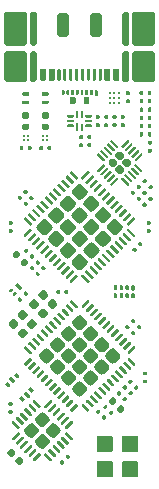
<source format=gbr>
G04 #@! TF.GenerationSoftware,KiCad,Pcbnew,5.1.8-1.fc33*
G04 #@! TF.CreationDate,2020-12-01T15:42:06+01:00*
G04 #@! TF.ProjectId,reDIP-sx,72654449-502d-4737-982e-6b696361645f,0.1*
G04 #@! TF.SameCoordinates,PX5e28010PY8011a50*
G04 #@! TF.FileFunction,Paste,Top*
G04 #@! TF.FilePolarity,Positive*
%FSLAX46Y46*%
G04 Gerber Fmt 4.6, Leading zero omitted, Abs format (unit mm)*
G04 Created by KiCad (PCBNEW 5.1.8-1.fc33) date 2020-12-01 15:42:06*
%MOMM*%
%LPD*%
G01*
G04 APERTURE LIST*
%ADD10C,0.200000*%
G04 APERTURE END LIST*
G36*
G01*
X10335000Y2622500D02*
X10335000Y3837500D01*
G75*
G02*
X10402500Y3905000I67500J0D01*
G01*
X11617500Y3905000D01*
G75*
G02*
X11685000Y3837500I0J-67500D01*
G01*
X11685000Y2622500D01*
G75*
G02*
X11617500Y2555000I-67500J0D01*
G01*
X10402500Y2555000D01*
G75*
G02*
X10335000Y2622500I0J67500D01*
G01*
G37*
G36*
G01*
X12485000Y2622500D02*
X12485000Y3837500D01*
G75*
G02*
X12552500Y3905000I67500J0D01*
G01*
X13767500Y3905000D01*
G75*
G02*
X13835000Y3837500I0J-67500D01*
G01*
X13835000Y2622500D01*
G75*
G02*
X13767500Y2555000I-67500J0D01*
G01*
X12552500Y2555000D01*
G75*
G02*
X12485000Y2622500I0J67500D01*
G01*
G37*
G36*
G01*
X12485000Y472500D02*
X12485000Y1687500D01*
G75*
G02*
X12552500Y1755000I67500J0D01*
G01*
X13767500Y1755000D01*
G75*
G02*
X13835000Y1687500I0J-67500D01*
G01*
X13835000Y472500D01*
G75*
G02*
X13767500Y405000I-67500J0D01*
G01*
X12552500Y405000D01*
G75*
G02*
X12485000Y472500I0J67500D01*
G01*
G37*
G36*
G01*
X10335000Y472500D02*
X10335000Y1687500D01*
G75*
G02*
X10402500Y1755000I67500J0D01*
G01*
X11617500Y1755000D01*
G75*
G02*
X11685000Y1687500I0J-67500D01*
G01*
X11685000Y472500D01*
G75*
G02*
X11617500Y405000I-67500J0D01*
G01*
X10402500Y405000D01*
G75*
G02*
X10335000Y472500I0J67500D01*
G01*
G37*
G36*
G01*
X6050000Y34922400D02*
X6050000Y34057600D01*
G75*
G02*
X5982400Y33990000I-67600J0D01*
G01*
X5597600Y33990000D01*
G75*
G02*
X5530000Y34057600I0J67600D01*
G01*
X5530000Y34922400D01*
G75*
G02*
X5597600Y34990000I67600J0D01*
G01*
X5982400Y34990000D01*
G75*
G02*
X6050000Y34922400I0J-67600D01*
G01*
G37*
G36*
G01*
X6800000Y34922400D02*
X6800000Y34057600D01*
G75*
G02*
X6732400Y33990000I-67600J0D01*
G01*
X6347600Y33990000D01*
G75*
G02*
X6280000Y34057600I0J67600D01*
G01*
X6280000Y34922400D01*
G75*
G02*
X6347600Y34990000I67600J0D01*
G01*
X6732400Y34990000D01*
G75*
G02*
X6800000Y34922400I0J-67600D01*
G01*
G37*
G36*
G01*
X11500000Y34922400D02*
X11500000Y34057600D01*
G75*
G02*
X11432400Y33990000I-67600J0D01*
G01*
X11047600Y33990000D01*
G75*
G02*
X10980000Y34057600I0J67600D01*
G01*
X10980000Y34922400D01*
G75*
G02*
X11047600Y34990000I67600J0D01*
G01*
X11432400Y34990000D01*
G75*
G02*
X11500000Y34922400I0J-67600D01*
G01*
G37*
G36*
G01*
X12250000Y34922400D02*
X12250000Y34057600D01*
G75*
G02*
X12182400Y33990000I-67600J0D01*
G01*
X11797600Y33990000D01*
G75*
G02*
X11730000Y34057600I0J67600D01*
G01*
X11730000Y34922400D01*
G75*
G02*
X11797600Y34990000I67600J0D01*
G01*
X12182400Y34990000D01*
G75*
G02*
X12250000Y34922400I0J-67600D01*
G01*
G37*
G36*
G01*
X15310000Y39640000D02*
X15310000Y37140000D01*
G75*
G02*
X15110000Y36940000I-200000J0D01*
G01*
X13510000Y36940000D01*
G75*
G02*
X13310000Y37140000I0J200000D01*
G01*
X13310000Y39640000D01*
G75*
G02*
X13510000Y39840000I200000J0D01*
G01*
X15110000Y39840000D01*
G75*
G02*
X15310000Y39640000I0J-200000D01*
G01*
G37*
G36*
G01*
X13110000Y39655200D02*
X13110000Y37124800D01*
G75*
G02*
X12925200Y36940000I-184800J0D01*
G01*
X12694800Y36940000D01*
G75*
G02*
X12510000Y37124800I0J184800D01*
G01*
X12510000Y39655200D01*
G75*
G02*
X12694800Y39840000I184800J0D01*
G01*
X12925200Y39840000D01*
G75*
G02*
X13110000Y39655200I0J-184800D01*
G01*
G37*
G36*
G01*
X4470000Y39640000D02*
X4470000Y37140000D01*
G75*
G02*
X4270000Y36940000I-200000J0D01*
G01*
X2670000Y36940000D01*
G75*
G02*
X2470000Y37140000I0J200000D01*
G01*
X2470000Y39640000D01*
G75*
G02*
X2670000Y39840000I200000J0D01*
G01*
X4270000Y39840000D01*
G75*
G02*
X4470000Y39640000I0J-200000D01*
G01*
G37*
G36*
G01*
X15310000Y36265000D02*
X15310000Y34065000D01*
G75*
G02*
X15110000Y33865000I-200000J0D01*
G01*
X13510000Y33865000D01*
G75*
G02*
X13310000Y34065000I0J200000D01*
G01*
X13310000Y36265000D01*
G75*
G02*
X13510000Y36465000I200000J0D01*
G01*
X15110000Y36465000D01*
G75*
G02*
X15310000Y36265000I0J-200000D01*
G01*
G37*
G36*
G01*
X13110000Y36315000D02*
X13110000Y34015000D01*
G75*
G02*
X12960000Y33865000I-150000J0D01*
G01*
X12660000Y33865000D01*
G75*
G02*
X12510000Y34015000I0J150000D01*
G01*
X12510000Y36315000D01*
G75*
G02*
X12660000Y36465000I150000J0D01*
G01*
X12960000Y36465000D01*
G75*
G02*
X13110000Y36315000I0J-150000D01*
G01*
G37*
G36*
G01*
X5270000Y39655200D02*
X5270000Y37124800D01*
G75*
G02*
X5085200Y36940000I-184800J0D01*
G01*
X4854800Y36940000D01*
G75*
G02*
X4670000Y37124800I0J184800D01*
G01*
X4670000Y39655200D01*
G75*
G02*
X4854800Y39840000I184800J0D01*
G01*
X5085200Y39840000D01*
G75*
G02*
X5270000Y39655200I0J-184800D01*
G01*
G37*
G36*
G01*
X4470000Y36265000D02*
X4470000Y34065000D01*
G75*
G02*
X4270000Y33865000I-200000J0D01*
G01*
X2670000Y33865000D01*
G75*
G02*
X2470000Y34065000I0J200000D01*
G01*
X2470000Y36265000D01*
G75*
G02*
X2670000Y36465000I200000J0D01*
G01*
X4270000Y36465000D01*
G75*
G02*
X4470000Y36265000I0J-200000D01*
G01*
G37*
G36*
G01*
X5270000Y36280200D02*
X5270000Y34049800D01*
G75*
G02*
X5085200Y33865000I-184800J0D01*
G01*
X4854800Y33865000D01*
G75*
G02*
X4670000Y34049800I0J184800D01*
G01*
X4670000Y36280200D01*
G75*
G02*
X4854800Y36465000I184800J0D01*
G01*
X5085200Y36465000D01*
G75*
G02*
X5270000Y36280200I0J-184800D01*
G01*
G37*
G36*
G01*
X10790000Y39490000D02*
X10790000Y37890000D01*
G75*
G02*
X10590000Y37690000I-200000J0D01*
G01*
X9990000Y37690000D01*
G75*
G02*
X9790000Y37890000I0J200000D01*
G01*
X9790000Y39490000D01*
G75*
G02*
X9990000Y39690000I200000J0D01*
G01*
X10590000Y39690000D01*
G75*
G02*
X10790000Y39490000I0J-200000D01*
G01*
G37*
G36*
G01*
X7990000Y39490000D02*
X7990000Y37890000D01*
G75*
G02*
X7790000Y37690000I-200000J0D01*
G01*
X7190000Y37690000D01*
G75*
G02*
X6990000Y37890000I0J200000D01*
G01*
X6990000Y39490000D01*
G75*
G02*
X7190000Y39690000I200000J0D01*
G01*
X7790000Y39690000D01*
G75*
G02*
X7990000Y39490000I0J-200000D01*
G01*
G37*
G36*
G01*
X12250000Y34922400D02*
X12250000Y34057600D01*
G75*
G02*
X12182400Y33990000I-67600J0D01*
G01*
X11797600Y33990000D01*
G75*
G02*
X11730000Y34057600I0J67600D01*
G01*
X11730000Y34922400D01*
G75*
G02*
X11797600Y34990000I67600J0D01*
G01*
X12182400Y34990000D01*
G75*
G02*
X12250000Y34922400I0J-67600D01*
G01*
G37*
G36*
G01*
X11500000Y34922400D02*
X11500000Y34057600D01*
G75*
G02*
X11432400Y33990000I-67600J0D01*
G01*
X11047600Y33990000D01*
G75*
G02*
X10980000Y34057600I0J67600D01*
G01*
X10980000Y34922400D01*
G75*
G02*
X11047600Y34990000I67600J0D01*
G01*
X11432400Y34990000D01*
G75*
G02*
X11500000Y34922400I0J-67600D01*
G01*
G37*
G36*
G01*
X6050000Y34922400D02*
X6050000Y34057600D01*
G75*
G02*
X5982400Y33990000I-67600J0D01*
G01*
X5597600Y33990000D01*
G75*
G02*
X5530000Y34057600I0J67600D01*
G01*
X5530000Y34922400D01*
G75*
G02*
X5597600Y34990000I67600J0D01*
G01*
X5982400Y34990000D01*
G75*
G02*
X6050000Y34922400I0J-67600D01*
G01*
G37*
G36*
G01*
X6800000Y34922400D02*
X6800000Y34057600D01*
G75*
G02*
X6732400Y33990000I-67600J0D01*
G01*
X6347600Y33990000D01*
G75*
G02*
X6280000Y34057600I0J67600D01*
G01*
X6280000Y34922400D01*
G75*
G02*
X6347600Y34990000I67600J0D01*
G01*
X6732400Y34990000D01*
G75*
G02*
X6800000Y34922400I0J-67600D01*
G01*
G37*
G36*
G01*
X10775000Y34922500D02*
X10775000Y34057500D01*
G75*
G02*
X10707500Y33990000I-67500J0D01*
G01*
X10572500Y33990000D01*
G75*
G02*
X10505000Y34057500I0J67500D01*
G01*
X10505000Y34922500D01*
G75*
G02*
X10572500Y34990000I67500J0D01*
G01*
X10707500Y34990000D01*
G75*
G02*
X10775000Y34922500I0J-67500D01*
G01*
G37*
G36*
G01*
X10275000Y34922500D02*
X10275000Y34057500D01*
G75*
G02*
X10207500Y33990000I-67500J0D01*
G01*
X10072500Y33990000D01*
G75*
G02*
X10005000Y34057500I0J67500D01*
G01*
X10005000Y34922500D01*
G75*
G02*
X10072500Y34990000I67500J0D01*
G01*
X10207500Y34990000D01*
G75*
G02*
X10275000Y34922500I0J-67500D01*
G01*
G37*
G36*
G01*
X9775000Y34922500D02*
X9775000Y34057500D01*
G75*
G02*
X9707500Y33990000I-67500J0D01*
G01*
X9572500Y33990000D01*
G75*
G02*
X9505000Y34057500I0J67500D01*
G01*
X9505000Y34922500D01*
G75*
G02*
X9572500Y34990000I67500J0D01*
G01*
X9707500Y34990000D01*
G75*
G02*
X9775000Y34922500I0J-67500D01*
G01*
G37*
G36*
G01*
X9275000Y34922500D02*
X9275000Y34057500D01*
G75*
G02*
X9207500Y33990000I-67500J0D01*
G01*
X9072500Y33990000D01*
G75*
G02*
X9005000Y34057500I0J67500D01*
G01*
X9005000Y34922500D01*
G75*
G02*
X9072500Y34990000I67500J0D01*
G01*
X9207500Y34990000D01*
G75*
G02*
X9275000Y34922500I0J-67500D01*
G01*
G37*
G36*
G01*
X8775000Y34922500D02*
X8775000Y34057500D01*
G75*
G02*
X8707500Y33990000I-67500J0D01*
G01*
X8572500Y33990000D01*
G75*
G02*
X8505000Y34057500I0J67500D01*
G01*
X8505000Y34922500D01*
G75*
G02*
X8572500Y34990000I67500J0D01*
G01*
X8707500Y34990000D01*
G75*
G02*
X8775000Y34922500I0J-67500D01*
G01*
G37*
G36*
G01*
X8275000Y34922500D02*
X8275000Y34057500D01*
G75*
G02*
X8207500Y33990000I-67500J0D01*
G01*
X8072500Y33990000D01*
G75*
G02*
X8005000Y34057500I0J67500D01*
G01*
X8005000Y34922500D01*
G75*
G02*
X8072500Y34990000I67500J0D01*
G01*
X8207500Y34990000D01*
G75*
G02*
X8275000Y34922500I0J-67500D01*
G01*
G37*
G36*
G01*
X7775000Y34922500D02*
X7775000Y34057500D01*
G75*
G02*
X7707500Y33990000I-67500J0D01*
G01*
X7572500Y33990000D01*
G75*
G02*
X7505000Y34057500I0J67500D01*
G01*
X7505000Y34922500D01*
G75*
G02*
X7572500Y34990000I67500J0D01*
G01*
X7707500Y34990000D01*
G75*
G02*
X7775000Y34922500I0J-67500D01*
G01*
G37*
G36*
G01*
X7275000Y34922500D02*
X7275000Y34057500D01*
G75*
G02*
X7207500Y33990000I-67500J0D01*
G01*
X7072500Y33990000D01*
G75*
G02*
X7005000Y34057500I0J67500D01*
G01*
X7005000Y34922500D01*
G75*
G02*
X7072500Y34990000I67500J0D01*
G01*
X7207500Y34990000D01*
G75*
G02*
X7275000Y34922500I0J-67500D01*
G01*
G37*
G36*
G01*
X12830000Y16657500D02*
X13010000Y16657500D01*
G75*
G02*
X13070000Y16597500I0J-60000D01*
G01*
X13070000Y16317500D01*
G75*
G02*
X13010000Y16257500I-60000J0D01*
G01*
X12830000Y16257500D01*
G75*
G02*
X12770000Y16317500I0J60000D01*
G01*
X12770000Y16597500D01*
G75*
G02*
X12830000Y16657500I60000J0D01*
G01*
G37*
G36*
G01*
X12330000Y16657500D02*
X12510000Y16657500D01*
G75*
G02*
X12570000Y16597500I0J-60000D01*
G01*
X12570000Y16317500D01*
G75*
G02*
X12510000Y16257500I-60000J0D01*
G01*
X12330000Y16257500D01*
G75*
G02*
X12270000Y16317500I0J60000D01*
G01*
X12270000Y16597500D01*
G75*
G02*
X12330000Y16657500I60000J0D01*
G01*
G37*
G36*
G01*
X12830000Y15982500D02*
X13010000Y15982500D01*
G75*
G02*
X13070000Y15922500I0J-60000D01*
G01*
X13070000Y15642500D01*
G75*
G02*
X13010000Y15582500I-60000J0D01*
G01*
X12830000Y15582500D01*
G75*
G02*
X12770000Y15642500I0J60000D01*
G01*
X12770000Y15922500D01*
G75*
G02*
X12830000Y15982500I60000J0D01*
G01*
G37*
G36*
G01*
X12330000Y15982500D02*
X12510000Y15982500D01*
G75*
G02*
X12570000Y15922500I0J-60000D01*
G01*
X12570000Y15642500D01*
G75*
G02*
X12510000Y15582500I-60000J0D01*
G01*
X12330000Y15582500D01*
G75*
G02*
X12270000Y15642500I0J60000D01*
G01*
X12270000Y15922500D01*
G75*
G02*
X12330000Y15982500I60000J0D01*
G01*
G37*
G36*
G01*
X13345000Y16657500D02*
X13495000Y16657500D01*
G75*
G02*
X13570000Y16582500I0J-75000D01*
G01*
X13570000Y16282500D01*
G75*
G02*
X13495000Y16207500I-75000J0D01*
G01*
X13345000Y16207500D01*
G75*
G02*
X13270000Y16282500I0J75000D01*
G01*
X13270000Y16582500D01*
G75*
G02*
X13345000Y16657500I75000J0D01*
G01*
G37*
G36*
G01*
X13330000Y15982500D02*
X13510000Y15982500D01*
G75*
G02*
X13570000Y15922500I0J-60000D01*
G01*
X13570000Y15642500D01*
G75*
G02*
X13510000Y15582500I-60000J0D01*
G01*
X13330000Y15582500D01*
G75*
G02*
X13270000Y15642500I0J60000D01*
G01*
X13270000Y15922500D01*
G75*
G02*
X13330000Y15982500I60000J0D01*
G01*
G37*
G36*
G01*
X11830000Y16657500D02*
X12010000Y16657500D01*
G75*
G02*
X12070000Y16597500I0J-60000D01*
G01*
X12070000Y16317500D01*
G75*
G02*
X12010000Y16257500I-60000J0D01*
G01*
X11830000Y16257500D01*
G75*
G02*
X11770000Y16317500I0J60000D01*
G01*
X11770000Y16597500D01*
G75*
G02*
X11830000Y16657500I60000J0D01*
G01*
G37*
G36*
G01*
X11845000Y15982500D02*
X11995000Y15982500D01*
G75*
G02*
X12070000Y15907500I0J-75000D01*
G01*
X12070000Y15657500D01*
G75*
G02*
X11995000Y15582500I-75000J0D01*
G01*
X11845000Y15582500D01*
G75*
G02*
X11770000Y15657500I0J75000D01*
G01*
X11770000Y15907500D01*
G75*
G02*
X11845000Y15982500I75000J0D01*
G01*
G37*
G36*
G01*
X6096929Y22212254D02*
X6542406Y21766777D01*
G75*
G02*
X6542406Y21413223I-176777J-176777D01*
G01*
X6096929Y20967746D01*
G75*
G02*
X5743375Y20967746I-176777J176777D01*
G01*
X5297898Y21413223D01*
G75*
G02*
X5297898Y21766777I176777J176777D01*
G01*
X5743375Y22212254D01*
G75*
G02*
X6096929Y22212254I176777J-176777D01*
G01*
G37*
G36*
G01*
X7086878Y21222305D02*
X7532355Y20776828D01*
G75*
G02*
X7532355Y20423274I-176777J-176777D01*
G01*
X7086878Y19977797D01*
G75*
G02*
X6733324Y19977797I-176777J176777D01*
G01*
X6287847Y20423274D01*
G75*
G02*
X6287847Y20776828I176777J176777D01*
G01*
X6733324Y21222305D01*
G75*
G02*
X7086878Y21222305I176777J-176777D01*
G01*
G37*
G36*
G01*
X8076828Y20232355D02*
X8522305Y19786878D01*
G75*
G02*
X8522305Y19433324I-176777J-176777D01*
G01*
X8076828Y18987847D01*
G75*
G02*
X7723274Y18987847I-176777J176777D01*
G01*
X7277797Y19433324D01*
G75*
G02*
X7277797Y19786878I176777J176777D01*
G01*
X7723274Y20232355D01*
G75*
G02*
X8076828Y20232355I176777J-176777D01*
G01*
G37*
G36*
G01*
X9066777Y19242406D02*
X9512254Y18796929D01*
G75*
G02*
X9512254Y18443375I-176777J-176777D01*
G01*
X9066777Y17997898D01*
G75*
G02*
X8713223Y17997898I-176777J176777D01*
G01*
X8267746Y18443375D01*
G75*
G02*
X8267746Y18796929I176777J176777D01*
G01*
X8713223Y19242406D01*
G75*
G02*
X9066777Y19242406I176777J-176777D01*
G01*
G37*
G36*
G01*
X7086878Y23202203D02*
X7532355Y22756726D01*
G75*
G02*
X7532355Y22403172I-176777J-176777D01*
G01*
X7086878Y21957695D01*
G75*
G02*
X6733324Y21957695I-176777J176777D01*
G01*
X6287847Y22403172D01*
G75*
G02*
X6287847Y22756726I176777J176777D01*
G01*
X6733324Y23202203D01*
G75*
G02*
X7086878Y23202203I176777J-176777D01*
G01*
G37*
G36*
G01*
X8076828Y22212254D02*
X8522305Y21766777D01*
G75*
G02*
X8522305Y21413223I-176777J-176777D01*
G01*
X8076828Y20967746D01*
G75*
G02*
X7723274Y20967746I-176777J176777D01*
G01*
X7277797Y21413223D01*
G75*
G02*
X7277797Y21766777I176777J176777D01*
G01*
X7723274Y22212254D01*
G75*
G02*
X8076828Y22212254I176777J-176777D01*
G01*
G37*
G36*
G01*
X9066777Y21222305D02*
X9512254Y20776828D01*
G75*
G02*
X9512254Y20423274I-176777J-176777D01*
G01*
X9066777Y19977797D01*
G75*
G02*
X8713223Y19977797I-176777J176777D01*
G01*
X8267746Y20423274D01*
G75*
G02*
X8267746Y20776828I176777J176777D01*
G01*
X8713223Y21222305D01*
G75*
G02*
X9066777Y21222305I176777J-176777D01*
G01*
G37*
G36*
G01*
X10056726Y20232355D02*
X10502203Y19786878D01*
G75*
G02*
X10502203Y19433324I-176777J-176777D01*
G01*
X10056726Y18987847D01*
G75*
G02*
X9703172Y18987847I-176777J176777D01*
G01*
X9257695Y19433324D01*
G75*
G02*
X9257695Y19786878I176777J176777D01*
G01*
X9703172Y20232355D01*
G75*
G02*
X10056726Y20232355I176777J-176777D01*
G01*
G37*
G36*
G01*
X8076828Y24192153D02*
X8522305Y23746676D01*
G75*
G02*
X8522305Y23393122I-176777J-176777D01*
G01*
X8076828Y22947645D01*
G75*
G02*
X7723274Y22947645I-176777J176777D01*
G01*
X7277797Y23393122D01*
G75*
G02*
X7277797Y23746676I176777J176777D01*
G01*
X7723274Y24192153D01*
G75*
G02*
X8076828Y24192153I176777J-176777D01*
G01*
G37*
G36*
G01*
X9066777Y23202203D02*
X9512254Y22756726D01*
G75*
G02*
X9512254Y22403172I-176777J-176777D01*
G01*
X9066777Y21957695D01*
G75*
G02*
X8713223Y21957695I-176777J176777D01*
G01*
X8267746Y22403172D01*
G75*
G02*
X8267746Y22756726I176777J176777D01*
G01*
X8713223Y23202203D01*
G75*
G02*
X9066777Y23202203I176777J-176777D01*
G01*
G37*
G36*
G01*
X10056726Y22212254D02*
X10502203Y21766777D01*
G75*
G02*
X10502203Y21413223I-176777J-176777D01*
G01*
X10056726Y20967746D01*
G75*
G02*
X9703172Y20967746I-176777J176777D01*
G01*
X9257695Y21413223D01*
G75*
G02*
X9257695Y21766777I176777J176777D01*
G01*
X9703172Y22212254D01*
G75*
G02*
X10056726Y22212254I176777J-176777D01*
G01*
G37*
G36*
G01*
X11046676Y21222305D02*
X11492153Y20776828D01*
G75*
G02*
X11492153Y20423274I-176777J-176777D01*
G01*
X11046676Y19977797D01*
G75*
G02*
X10693122Y19977797I-176777J176777D01*
G01*
X10247645Y20423274D01*
G75*
G02*
X10247645Y20776828I176777J176777D01*
G01*
X10693122Y21222305D01*
G75*
G02*
X11046676Y21222305I176777J-176777D01*
G01*
G37*
G36*
G01*
X9066777Y25182102D02*
X9512254Y24736625D01*
G75*
G02*
X9512254Y24383071I-176777J-176777D01*
G01*
X9066777Y23937594D01*
G75*
G02*
X8713223Y23937594I-176777J176777D01*
G01*
X8267746Y24383071D01*
G75*
G02*
X8267746Y24736625I176777J176777D01*
G01*
X8713223Y25182102D01*
G75*
G02*
X9066777Y25182102I176777J-176777D01*
G01*
G37*
G36*
G01*
X10056726Y24192153D02*
X10502203Y23746676D01*
G75*
G02*
X10502203Y23393122I-176777J-176777D01*
G01*
X10056726Y22947645D01*
G75*
G02*
X9703172Y22947645I-176777J176777D01*
G01*
X9257695Y23393122D01*
G75*
G02*
X9257695Y23746676I176777J176777D01*
G01*
X9703172Y24192153D01*
G75*
G02*
X10056726Y24192153I176777J-176777D01*
G01*
G37*
G36*
G01*
X11046676Y23202203D02*
X11492153Y22756726D01*
G75*
G02*
X11492153Y22403172I-176777J-176777D01*
G01*
X11046676Y21957695D01*
G75*
G02*
X10693122Y21957695I-176777J176777D01*
G01*
X10247645Y22403172D01*
G75*
G02*
X10247645Y22756726I176777J176777D01*
G01*
X10693122Y23202203D01*
G75*
G02*
X11046676Y23202203I176777J-176777D01*
G01*
G37*
G36*
G01*
X12036625Y22212254D02*
X12482102Y21766777D01*
G75*
G02*
X12482102Y21413223I-176777J-176777D01*
G01*
X12036625Y20967746D01*
G75*
G02*
X11683071Y20967746I-176777J176777D01*
G01*
X11237594Y21413223D01*
G75*
G02*
X11237594Y21766777I176777J176777D01*
G01*
X11683071Y22212254D01*
G75*
G02*
X12036625Y22212254I176777J-176777D01*
G01*
G37*
G36*
G01*
X13088446Y21457417D02*
X13618776Y20927087D01*
G75*
G02*
X13618776Y20838699I-44194J-44194D01*
G01*
X13530388Y20750311D01*
G75*
G02*
X13442000Y20750311I-44194J44194D01*
G01*
X12911670Y21280641D01*
G75*
G02*
X12911670Y21369029I44194J44194D01*
G01*
X13000058Y21457417D01*
G75*
G02*
X13088446Y21457417I44194J-44194D01*
G01*
G37*
G36*
G01*
X12734893Y21103864D02*
X13265223Y20573534D01*
G75*
G02*
X13265223Y20485146I-44194J-44194D01*
G01*
X13176835Y20396758D01*
G75*
G02*
X13088447Y20396758I-44194J44194D01*
G01*
X12558117Y20927088D01*
G75*
G02*
X12558117Y21015476I44194J44194D01*
G01*
X12646505Y21103864D01*
G75*
G02*
X12734893Y21103864I44194J-44194D01*
G01*
G37*
G36*
G01*
X12381339Y20750310D02*
X12911669Y20219980D01*
G75*
G02*
X12911669Y20131592I-44194J-44194D01*
G01*
X12823281Y20043204D01*
G75*
G02*
X12734893Y20043204I-44194J44194D01*
G01*
X12204563Y20573534D01*
G75*
G02*
X12204563Y20661922I44194J44194D01*
G01*
X12292951Y20750310D01*
G75*
G02*
X12381339Y20750310I44194J-44194D01*
G01*
G37*
G36*
G01*
X12027786Y20396757D02*
X12558116Y19866427D01*
G75*
G02*
X12558116Y19778039I-44194J-44194D01*
G01*
X12469728Y19689651D01*
G75*
G02*
X12381340Y19689651I-44194J44194D01*
G01*
X11851010Y20219981D01*
G75*
G02*
X11851010Y20308369I44194J44194D01*
G01*
X11939398Y20396757D01*
G75*
G02*
X12027786Y20396757I44194J-44194D01*
G01*
G37*
G36*
G01*
X11674233Y20043204D02*
X12204563Y19512874D01*
G75*
G02*
X12204563Y19424486I-44194J-44194D01*
G01*
X12116175Y19336098D01*
G75*
G02*
X12027787Y19336098I-44194J44194D01*
G01*
X11497457Y19866428D01*
G75*
G02*
X11497457Y19954816I44194J44194D01*
G01*
X11585845Y20043204D01*
G75*
G02*
X11674233Y20043204I44194J-44194D01*
G01*
G37*
G36*
G01*
X11320679Y19689650D02*
X11851009Y19159320D01*
G75*
G02*
X11851009Y19070932I-44194J-44194D01*
G01*
X11762621Y18982544D01*
G75*
G02*
X11674233Y18982544I-44194J44194D01*
G01*
X11143903Y19512874D01*
G75*
G02*
X11143903Y19601262I44194J44194D01*
G01*
X11232291Y19689650D01*
G75*
G02*
X11320679Y19689650I44194J-44194D01*
G01*
G37*
G36*
G01*
X10967126Y19336097D02*
X11497456Y18805767D01*
G75*
G02*
X11497456Y18717379I-44194J-44194D01*
G01*
X11409068Y18628991D01*
G75*
G02*
X11320680Y18628991I-44194J44194D01*
G01*
X10790350Y19159321D01*
G75*
G02*
X10790350Y19247709I44194J44194D01*
G01*
X10878738Y19336097D01*
G75*
G02*
X10967126Y19336097I44194J-44194D01*
G01*
G37*
G36*
G01*
X10613572Y18982543D02*
X11143902Y18452213D01*
G75*
G02*
X11143902Y18363825I-44194J-44194D01*
G01*
X11055514Y18275437D01*
G75*
G02*
X10967126Y18275437I-44194J44194D01*
G01*
X10436796Y18805767D01*
G75*
G02*
X10436796Y18894155I44194J44194D01*
G01*
X10525184Y18982543D01*
G75*
G02*
X10613572Y18982543I44194J-44194D01*
G01*
G37*
G36*
G01*
X10260019Y18628990D02*
X10790349Y18098660D01*
G75*
G02*
X10790349Y18010272I-44194J-44194D01*
G01*
X10701961Y17921884D01*
G75*
G02*
X10613573Y17921884I-44194J44194D01*
G01*
X10083243Y18452214D01*
G75*
G02*
X10083243Y18540602I44194J44194D01*
G01*
X10171631Y18628990D01*
G75*
G02*
X10260019Y18628990I44194J-44194D01*
G01*
G37*
G36*
G01*
X9906466Y18275437D02*
X10436796Y17745107D01*
G75*
G02*
X10436796Y17656719I-44194J-44194D01*
G01*
X10348408Y17568331D01*
G75*
G02*
X10260020Y17568331I-44194J44194D01*
G01*
X9729690Y18098661D01*
G75*
G02*
X9729690Y18187049I44194J44194D01*
G01*
X9818078Y18275437D01*
G75*
G02*
X9906466Y18275437I44194J-44194D01*
G01*
G37*
G36*
G01*
X9552912Y17921883D02*
X10083242Y17391553D01*
G75*
G02*
X10083242Y17303165I-44194J-44194D01*
G01*
X9994854Y17214777D01*
G75*
G02*
X9906466Y17214777I-44194J44194D01*
G01*
X9376136Y17745107D01*
G75*
G02*
X9376136Y17833495I44194J44194D01*
G01*
X9464524Y17921883D01*
G75*
G02*
X9552912Y17921883I44194J-44194D01*
G01*
G37*
G36*
G01*
X9199359Y17568330D02*
X9729689Y17038000D01*
G75*
G02*
X9729689Y16949612I-44194J-44194D01*
G01*
X9641301Y16861224D01*
G75*
G02*
X9552913Y16861224I-44194J44194D01*
G01*
X9022583Y17391554D01*
G75*
G02*
X9022583Y17479942I44194J44194D01*
G01*
X9110971Y17568330D01*
G75*
G02*
X9199359Y17568330I44194J-44194D01*
G01*
G37*
G36*
G01*
X8669029Y17568330D02*
X8757417Y17479942D01*
G75*
G02*
X8757417Y17391554I-44194J-44194D01*
G01*
X8227087Y16861224D01*
G75*
G02*
X8138699Y16861224I-44194J44194D01*
G01*
X8050311Y16949612D01*
G75*
G02*
X8050311Y17038000I44194J44194D01*
G01*
X8580641Y17568330D01*
G75*
G02*
X8669029Y17568330I44194J-44194D01*
G01*
G37*
G36*
G01*
X8315476Y17921883D02*
X8403864Y17833495D01*
G75*
G02*
X8403864Y17745107I-44194J-44194D01*
G01*
X7873534Y17214777D01*
G75*
G02*
X7785146Y17214777I-44194J44194D01*
G01*
X7696758Y17303165D01*
G75*
G02*
X7696758Y17391553I44194J44194D01*
G01*
X8227088Y17921883D01*
G75*
G02*
X8315476Y17921883I44194J-44194D01*
G01*
G37*
G36*
G01*
X7961922Y18275437D02*
X8050310Y18187049D01*
G75*
G02*
X8050310Y18098661I-44194J-44194D01*
G01*
X7519980Y17568331D01*
G75*
G02*
X7431592Y17568331I-44194J44194D01*
G01*
X7343204Y17656719D01*
G75*
G02*
X7343204Y17745107I44194J44194D01*
G01*
X7873534Y18275437D01*
G75*
G02*
X7961922Y18275437I44194J-44194D01*
G01*
G37*
G36*
G01*
X7608369Y18628990D02*
X7696757Y18540602D01*
G75*
G02*
X7696757Y18452214I-44194J-44194D01*
G01*
X7166427Y17921884D01*
G75*
G02*
X7078039Y17921884I-44194J44194D01*
G01*
X6989651Y18010272D01*
G75*
G02*
X6989651Y18098660I44194J44194D01*
G01*
X7519981Y18628990D01*
G75*
G02*
X7608369Y18628990I44194J-44194D01*
G01*
G37*
G36*
G01*
X7254816Y18982543D02*
X7343204Y18894155D01*
G75*
G02*
X7343204Y18805767I-44194J-44194D01*
G01*
X6812874Y18275437D01*
G75*
G02*
X6724486Y18275437I-44194J44194D01*
G01*
X6636098Y18363825D01*
G75*
G02*
X6636098Y18452213I44194J44194D01*
G01*
X7166428Y18982543D01*
G75*
G02*
X7254816Y18982543I44194J-44194D01*
G01*
G37*
G36*
G01*
X6901262Y19336097D02*
X6989650Y19247709D01*
G75*
G02*
X6989650Y19159321I-44194J-44194D01*
G01*
X6459320Y18628991D01*
G75*
G02*
X6370932Y18628991I-44194J44194D01*
G01*
X6282544Y18717379D01*
G75*
G02*
X6282544Y18805767I44194J44194D01*
G01*
X6812874Y19336097D01*
G75*
G02*
X6901262Y19336097I44194J-44194D01*
G01*
G37*
G36*
G01*
X6547709Y19689650D02*
X6636097Y19601262D01*
G75*
G02*
X6636097Y19512874I-44194J-44194D01*
G01*
X6105767Y18982544D01*
G75*
G02*
X6017379Y18982544I-44194J44194D01*
G01*
X5928991Y19070932D01*
G75*
G02*
X5928991Y19159320I44194J44194D01*
G01*
X6459321Y19689650D01*
G75*
G02*
X6547709Y19689650I44194J-44194D01*
G01*
G37*
G36*
G01*
X6194155Y20043204D02*
X6282543Y19954816D01*
G75*
G02*
X6282543Y19866428I-44194J-44194D01*
G01*
X5752213Y19336098D01*
G75*
G02*
X5663825Y19336098I-44194J44194D01*
G01*
X5575437Y19424486D01*
G75*
G02*
X5575437Y19512874I44194J44194D01*
G01*
X6105767Y20043204D01*
G75*
G02*
X6194155Y20043204I44194J-44194D01*
G01*
G37*
G36*
G01*
X5840602Y20396757D02*
X5928990Y20308369D01*
G75*
G02*
X5928990Y20219981I-44194J-44194D01*
G01*
X5398660Y19689651D01*
G75*
G02*
X5310272Y19689651I-44194J44194D01*
G01*
X5221884Y19778039D01*
G75*
G02*
X5221884Y19866427I44194J44194D01*
G01*
X5752214Y20396757D01*
G75*
G02*
X5840602Y20396757I44194J-44194D01*
G01*
G37*
G36*
G01*
X5487049Y20750310D02*
X5575437Y20661922D01*
G75*
G02*
X5575437Y20573534I-44194J-44194D01*
G01*
X5045107Y20043204D01*
G75*
G02*
X4956719Y20043204I-44194J44194D01*
G01*
X4868331Y20131592D01*
G75*
G02*
X4868331Y20219980I44194J44194D01*
G01*
X5398661Y20750310D01*
G75*
G02*
X5487049Y20750310I44194J-44194D01*
G01*
G37*
G36*
G01*
X5133495Y21103864D02*
X5221883Y21015476D01*
G75*
G02*
X5221883Y20927088I-44194J-44194D01*
G01*
X4691553Y20396758D01*
G75*
G02*
X4603165Y20396758I-44194J44194D01*
G01*
X4514777Y20485146D01*
G75*
G02*
X4514777Y20573534I44194J44194D01*
G01*
X5045107Y21103864D01*
G75*
G02*
X5133495Y21103864I44194J-44194D01*
G01*
G37*
G36*
G01*
X4779942Y21457417D02*
X4868330Y21369029D01*
G75*
G02*
X4868330Y21280641I-44194J-44194D01*
G01*
X4338000Y20750311D01*
G75*
G02*
X4249612Y20750311I-44194J44194D01*
G01*
X4161224Y20838699D01*
G75*
G02*
X4161224Y20927087I44194J44194D01*
G01*
X4691554Y21457417D01*
G75*
G02*
X4779942Y21457417I44194J-44194D01*
G01*
G37*
G36*
G01*
X4338000Y22429689D02*
X4868330Y21899359D01*
G75*
G02*
X4868330Y21810971I-44194J-44194D01*
G01*
X4779942Y21722583D01*
G75*
G02*
X4691554Y21722583I-44194J44194D01*
G01*
X4161224Y22252913D01*
G75*
G02*
X4161224Y22341301I44194J44194D01*
G01*
X4249612Y22429689D01*
G75*
G02*
X4338000Y22429689I44194J-44194D01*
G01*
G37*
G36*
G01*
X4691553Y22783242D02*
X5221883Y22252912D01*
G75*
G02*
X5221883Y22164524I-44194J-44194D01*
G01*
X5133495Y22076136D01*
G75*
G02*
X5045107Y22076136I-44194J44194D01*
G01*
X4514777Y22606466D01*
G75*
G02*
X4514777Y22694854I44194J44194D01*
G01*
X4603165Y22783242D01*
G75*
G02*
X4691553Y22783242I44194J-44194D01*
G01*
G37*
G36*
G01*
X5045107Y23136796D02*
X5575437Y22606466D01*
G75*
G02*
X5575437Y22518078I-44194J-44194D01*
G01*
X5487049Y22429690D01*
G75*
G02*
X5398661Y22429690I-44194J44194D01*
G01*
X4868331Y22960020D01*
G75*
G02*
X4868331Y23048408I44194J44194D01*
G01*
X4956719Y23136796D01*
G75*
G02*
X5045107Y23136796I44194J-44194D01*
G01*
G37*
G36*
G01*
X5398660Y23490349D02*
X5928990Y22960019D01*
G75*
G02*
X5928990Y22871631I-44194J-44194D01*
G01*
X5840602Y22783243D01*
G75*
G02*
X5752214Y22783243I-44194J44194D01*
G01*
X5221884Y23313573D01*
G75*
G02*
X5221884Y23401961I44194J44194D01*
G01*
X5310272Y23490349D01*
G75*
G02*
X5398660Y23490349I44194J-44194D01*
G01*
G37*
G36*
G01*
X5752213Y23843902D02*
X6282543Y23313572D01*
G75*
G02*
X6282543Y23225184I-44194J-44194D01*
G01*
X6194155Y23136796D01*
G75*
G02*
X6105767Y23136796I-44194J44194D01*
G01*
X5575437Y23667126D01*
G75*
G02*
X5575437Y23755514I44194J44194D01*
G01*
X5663825Y23843902D01*
G75*
G02*
X5752213Y23843902I44194J-44194D01*
G01*
G37*
G36*
G01*
X6105767Y24197456D02*
X6636097Y23667126D01*
G75*
G02*
X6636097Y23578738I-44194J-44194D01*
G01*
X6547709Y23490350D01*
G75*
G02*
X6459321Y23490350I-44194J44194D01*
G01*
X5928991Y24020680D01*
G75*
G02*
X5928991Y24109068I44194J44194D01*
G01*
X6017379Y24197456D01*
G75*
G02*
X6105767Y24197456I44194J-44194D01*
G01*
G37*
G36*
G01*
X6459320Y24551009D02*
X6989650Y24020679D01*
G75*
G02*
X6989650Y23932291I-44194J-44194D01*
G01*
X6901262Y23843903D01*
G75*
G02*
X6812874Y23843903I-44194J44194D01*
G01*
X6282544Y24374233D01*
G75*
G02*
X6282544Y24462621I44194J44194D01*
G01*
X6370932Y24551009D01*
G75*
G02*
X6459320Y24551009I44194J-44194D01*
G01*
G37*
G36*
G01*
X6812874Y24904563D02*
X7343204Y24374233D01*
G75*
G02*
X7343204Y24285845I-44194J-44194D01*
G01*
X7254816Y24197457D01*
G75*
G02*
X7166428Y24197457I-44194J44194D01*
G01*
X6636098Y24727787D01*
G75*
G02*
X6636098Y24816175I44194J44194D01*
G01*
X6724486Y24904563D01*
G75*
G02*
X6812874Y24904563I44194J-44194D01*
G01*
G37*
G36*
G01*
X7166427Y25258116D02*
X7696757Y24727786D01*
G75*
G02*
X7696757Y24639398I-44194J-44194D01*
G01*
X7608369Y24551010D01*
G75*
G02*
X7519981Y24551010I-44194J44194D01*
G01*
X6989651Y25081340D01*
G75*
G02*
X6989651Y25169728I44194J44194D01*
G01*
X7078039Y25258116D01*
G75*
G02*
X7166427Y25258116I44194J-44194D01*
G01*
G37*
G36*
G01*
X7519980Y25611669D02*
X8050310Y25081339D01*
G75*
G02*
X8050310Y24992951I-44194J-44194D01*
G01*
X7961922Y24904563D01*
G75*
G02*
X7873534Y24904563I-44194J44194D01*
G01*
X7343204Y25434893D01*
G75*
G02*
X7343204Y25523281I44194J44194D01*
G01*
X7431592Y25611669D01*
G75*
G02*
X7519980Y25611669I44194J-44194D01*
G01*
G37*
G36*
G01*
X7873534Y25965223D02*
X8403864Y25434893D01*
G75*
G02*
X8403864Y25346505I-44194J-44194D01*
G01*
X8315476Y25258117D01*
G75*
G02*
X8227088Y25258117I-44194J44194D01*
G01*
X7696758Y25788447D01*
G75*
G02*
X7696758Y25876835I44194J44194D01*
G01*
X7785146Y25965223D01*
G75*
G02*
X7873534Y25965223I44194J-44194D01*
G01*
G37*
G36*
G01*
X8227087Y26318776D02*
X8757417Y25788446D01*
G75*
G02*
X8757417Y25700058I-44194J-44194D01*
G01*
X8669029Y25611670D01*
G75*
G02*
X8580641Y25611670I-44194J44194D01*
G01*
X8050311Y26142000D01*
G75*
G02*
X8050311Y26230388I44194J44194D01*
G01*
X8138699Y26318776D01*
G75*
G02*
X8227087Y26318776I44194J-44194D01*
G01*
G37*
G36*
G01*
X9641301Y26318776D02*
X9729689Y26230388D01*
G75*
G02*
X9729689Y26142000I-44194J-44194D01*
G01*
X9199359Y25611670D01*
G75*
G02*
X9110971Y25611670I-44194J44194D01*
G01*
X9022583Y25700058D01*
G75*
G02*
X9022583Y25788446I44194J44194D01*
G01*
X9552913Y26318776D01*
G75*
G02*
X9641301Y26318776I44194J-44194D01*
G01*
G37*
G36*
G01*
X9994854Y25965223D02*
X10083242Y25876835D01*
G75*
G02*
X10083242Y25788447I-44194J-44194D01*
G01*
X9552912Y25258117D01*
G75*
G02*
X9464524Y25258117I-44194J44194D01*
G01*
X9376136Y25346505D01*
G75*
G02*
X9376136Y25434893I44194J44194D01*
G01*
X9906466Y25965223D01*
G75*
G02*
X9994854Y25965223I44194J-44194D01*
G01*
G37*
G36*
G01*
X10348408Y25611669D02*
X10436796Y25523281D01*
G75*
G02*
X10436796Y25434893I-44194J-44194D01*
G01*
X9906466Y24904563D01*
G75*
G02*
X9818078Y24904563I-44194J44194D01*
G01*
X9729690Y24992951D01*
G75*
G02*
X9729690Y25081339I44194J44194D01*
G01*
X10260020Y25611669D01*
G75*
G02*
X10348408Y25611669I44194J-44194D01*
G01*
G37*
G36*
G01*
X10701961Y25258116D02*
X10790349Y25169728D01*
G75*
G02*
X10790349Y25081340I-44194J-44194D01*
G01*
X10260019Y24551010D01*
G75*
G02*
X10171631Y24551010I-44194J44194D01*
G01*
X10083243Y24639398D01*
G75*
G02*
X10083243Y24727786I44194J44194D01*
G01*
X10613573Y25258116D01*
G75*
G02*
X10701961Y25258116I44194J-44194D01*
G01*
G37*
G36*
G01*
X11055514Y24904563D02*
X11143902Y24816175D01*
G75*
G02*
X11143902Y24727787I-44194J-44194D01*
G01*
X10613572Y24197457D01*
G75*
G02*
X10525184Y24197457I-44194J44194D01*
G01*
X10436796Y24285845D01*
G75*
G02*
X10436796Y24374233I44194J44194D01*
G01*
X10967126Y24904563D01*
G75*
G02*
X11055514Y24904563I44194J-44194D01*
G01*
G37*
G36*
G01*
X11409068Y24551009D02*
X11497456Y24462621D01*
G75*
G02*
X11497456Y24374233I-44194J-44194D01*
G01*
X10967126Y23843903D01*
G75*
G02*
X10878738Y23843903I-44194J44194D01*
G01*
X10790350Y23932291D01*
G75*
G02*
X10790350Y24020679I44194J44194D01*
G01*
X11320680Y24551009D01*
G75*
G02*
X11409068Y24551009I44194J-44194D01*
G01*
G37*
G36*
G01*
X11762621Y24197456D02*
X11851009Y24109068D01*
G75*
G02*
X11851009Y24020680I-44194J-44194D01*
G01*
X11320679Y23490350D01*
G75*
G02*
X11232291Y23490350I-44194J44194D01*
G01*
X11143903Y23578738D01*
G75*
G02*
X11143903Y23667126I44194J44194D01*
G01*
X11674233Y24197456D01*
G75*
G02*
X11762621Y24197456I44194J-44194D01*
G01*
G37*
G36*
G01*
X12116175Y23843902D02*
X12204563Y23755514D01*
G75*
G02*
X12204563Y23667126I-44194J-44194D01*
G01*
X11674233Y23136796D01*
G75*
G02*
X11585845Y23136796I-44194J44194D01*
G01*
X11497457Y23225184D01*
G75*
G02*
X11497457Y23313572I44194J44194D01*
G01*
X12027787Y23843902D01*
G75*
G02*
X12116175Y23843902I44194J-44194D01*
G01*
G37*
G36*
G01*
X12469728Y23490349D02*
X12558116Y23401961D01*
G75*
G02*
X12558116Y23313573I-44194J-44194D01*
G01*
X12027786Y22783243D01*
G75*
G02*
X11939398Y22783243I-44194J44194D01*
G01*
X11851010Y22871631D01*
G75*
G02*
X11851010Y22960019I44194J44194D01*
G01*
X12381340Y23490349D01*
G75*
G02*
X12469728Y23490349I44194J-44194D01*
G01*
G37*
G36*
G01*
X12823281Y23136796D02*
X12911669Y23048408D01*
G75*
G02*
X12911669Y22960020I-44194J-44194D01*
G01*
X12381339Y22429690D01*
G75*
G02*
X12292951Y22429690I-44194J44194D01*
G01*
X12204563Y22518078D01*
G75*
G02*
X12204563Y22606466I44194J44194D01*
G01*
X12734893Y23136796D01*
G75*
G02*
X12823281Y23136796I44194J-44194D01*
G01*
G37*
G36*
G01*
X13176835Y22783242D02*
X13265223Y22694854D01*
G75*
G02*
X13265223Y22606466I-44194J-44194D01*
G01*
X12734893Y22076136D01*
G75*
G02*
X12646505Y22076136I-44194J44194D01*
G01*
X12558117Y22164524D01*
G75*
G02*
X12558117Y22252912I44194J44194D01*
G01*
X13088447Y22783242D01*
G75*
G02*
X13176835Y22783242I44194J-44194D01*
G01*
G37*
G36*
G01*
X13530388Y22429689D02*
X13618776Y22341301D01*
G75*
G02*
X13618776Y22252913I-44194J-44194D01*
G01*
X13088446Y21722583D01*
G75*
G02*
X13000058Y21722583I-44194J44194D01*
G01*
X12911670Y21810971D01*
G75*
G02*
X12911670Y21899359I44194J44194D01*
G01*
X13442000Y22429689D01*
G75*
G02*
X13530388Y22429689I44194J-44194D01*
G01*
G37*
D10*
X5805000Y28945000D03*
X6155000Y28945000D03*
X5805000Y29295000D03*
X6155000Y29295000D03*
X4145000Y28955000D03*
X4495000Y28955000D03*
X4145000Y29305000D03*
X4495000Y29305000D03*
X12240000Y32940000D03*
X11840000Y32940000D03*
X11440000Y32940000D03*
X12240000Y32540000D03*
X11840000Y32540000D03*
X11440000Y32540000D03*
X12240000Y32140000D03*
X11840000Y32140000D03*
X11440000Y32140000D03*
G36*
G01*
X5794000Y28370500D02*
X5794000Y28169500D01*
G75*
G02*
X5714500Y28090000I-79500J0D01*
G01*
X5555500Y28090000D01*
G75*
G02*
X5476000Y28169500I0J79500D01*
G01*
X5476000Y28370500D01*
G75*
G02*
X5555500Y28450000I79500J0D01*
G01*
X5714500Y28450000D01*
G75*
G02*
X5794000Y28370500I0J-79500D01*
G01*
G37*
G36*
G01*
X6484000Y28370500D02*
X6484000Y28169500D01*
G75*
G02*
X6404500Y28090000I-79500J0D01*
G01*
X6245500Y28090000D01*
G75*
G02*
X6166000Y28169500I0J79500D01*
G01*
X6166000Y28370500D01*
G75*
G02*
X6245500Y28450000I79500J0D01*
G01*
X6404500Y28450000D01*
G75*
G02*
X6484000Y28370500I0J-79500D01*
G01*
G37*
G36*
G01*
X4134000Y28380500D02*
X4134000Y28179500D01*
G75*
G02*
X4054500Y28100000I-79500J0D01*
G01*
X3895500Y28100000D01*
G75*
G02*
X3816000Y28179500I0J79500D01*
G01*
X3816000Y28380500D01*
G75*
G02*
X3895500Y28460000I79500J0D01*
G01*
X4054500Y28460000D01*
G75*
G02*
X4134000Y28380500I0J-79500D01*
G01*
G37*
G36*
G01*
X4824000Y28380500D02*
X4824000Y28179500D01*
G75*
G02*
X4744500Y28100000I-79500J0D01*
G01*
X4585500Y28100000D01*
G75*
G02*
X4506000Y28179500I0J79500D01*
G01*
X4506000Y28380500D01*
G75*
G02*
X4585500Y28460000I79500J0D01*
G01*
X4744500Y28460000D01*
G75*
G02*
X4824000Y28380500I0J-79500D01*
G01*
G37*
G36*
G01*
X13075494Y25183845D02*
X13004784Y25113135D01*
G75*
G02*
X12934074Y25113135I-35355J35355D01*
G01*
X12403744Y25643465D01*
G75*
G02*
X12403744Y25714175I35355J35355D01*
G01*
X12474454Y25784885D01*
G75*
G02*
X12545164Y25784885I35355J-35355D01*
G01*
X13075494Y25254555D01*
G75*
G02*
X13075494Y25183845I-35355J-35355D01*
G01*
G37*
G36*
G01*
X13358337Y25466687D02*
X13287627Y25395977D01*
G75*
G02*
X13216917Y25395977I-35355J35355D01*
G01*
X12686587Y25926307D01*
G75*
G02*
X12686587Y25997017I35355J35355D01*
G01*
X12757297Y26067727D01*
G75*
G02*
X12828007Y26067727I35355J-35355D01*
G01*
X13358337Y25537397D01*
G75*
G02*
X13358337Y25466687I-35355J-35355D01*
G01*
G37*
G36*
G01*
X13641180Y25749530D02*
X13570470Y25678820D01*
G75*
G02*
X13499760Y25678820I-35355J35355D01*
G01*
X12969430Y26209150D01*
G75*
G02*
X12969430Y26279860I35355J35355D01*
G01*
X13040140Y26350570D01*
G75*
G02*
X13110850Y26350570I35355J-35355D01*
G01*
X13641180Y25820240D01*
G75*
G02*
X13641180Y25749530I-35355J-35355D01*
G01*
G37*
G36*
G01*
X13924023Y26032373D02*
X13853313Y25961663D01*
G75*
G02*
X13782603Y25961663I-35355J35355D01*
G01*
X13252273Y26491993D01*
G75*
G02*
X13252273Y26562703I35355J35355D01*
G01*
X13322983Y26633413D01*
G75*
G02*
X13393693Y26633413I35355J-35355D01*
G01*
X13924023Y26103083D01*
G75*
G02*
X13924023Y26032373I-35355J-35355D01*
G01*
G37*
G36*
G01*
X14206865Y26315216D02*
X14136155Y26244506D01*
G75*
G02*
X14065445Y26244506I-35355J35355D01*
G01*
X13535115Y26774836D01*
G75*
G02*
X13535115Y26845546I35355J35355D01*
G01*
X13605825Y26916256D01*
G75*
G02*
X13676535Y26916256I35355J-35355D01*
G01*
X14206865Y26385926D01*
G75*
G02*
X14206865Y26315216I-35355J-35355D01*
G01*
G37*
G36*
G01*
X14206865Y27694074D02*
X13676535Y27163744D01*
G75*
G02*
X13605825Y27163744I-35355J35355D01*
G01*
X13535115Y27234454D01*
G75*
G02*
X13535115Y27305164I35355J35355D01*
G01*
X14065445Y27835494D01*
G75*
G02*
X14136155Y27835494I35355J-35355D01*
G01*
X14206865Y27764784D01*
G75*
G02*
X14206865Y27694074I-35355J-35355D01*
G01*
G37*
G36*
G01*
X13924023Y27976917D02*
X13393693Y27446587D01*
G75*
G02*
X13322983Y27446587I-35355J35355D01*
G01*
X13252273Y27517297D01*
G75*
G02*
X13252273Y27588007I35355J35355D01*
G01*
X13782603Y28118337D01*
G75*
G02*
X13853313Y28118337I35355J-35355D01*
G01*
X13924023Y28047627D01*
G75*
G02*
X13924023Y27976917I-35355J-35355D01*
G01*
G37*
G36*
G01*
X13641180Y28259760D02*
X13110850Y27729430D01*
G75*
G02*
X13040140Y27729430I-35355J35355D01*
G01*
X12969430Y27800140D01*
G75*
G02*
X12969430Y27870850I35355J35355D01*
G01*
X13499760Y28401180D01*
G75*
G02*
X13570470Y28401180I35355J-35355D01*
G01*
X13641180Y28330470D01*
G75*
G02*
X13641180Y28259760I-35355J-35355D01*
G01*
G37*
G36*
G01*
X13358337Y28542603D02*
X12828007Y28012273D01*
G75*
G02*
X12757297Y28012273I-35355J35355D01*
G01*
X12686587Y28082983D01*
G75*
G02*
X12686587Y28153693I35355J35355D01*
G01*
X13216917Y28684023D01*
G75*
G02*
X13287627Y28684023I35355J-35355D01*
G01*
X13358337Y28613313D01*
G75*
G02*
X13358337Y28542603I-35355J-35355D01*
G01*
G37*
G36*
G01*
X13075494Y28825445D02*
X12545164Y28295115D01*
G75*
G02*
X12474454Y28295115I-35355J35355D01*
G01*
X12403744Y28365825D01*
G75*
G02*
X12403744Y28436535I35355J35355D01*
G01*
X12934074Y28966865D01*
G75*
G02*
X13004784Y28966865I35355J-35355D01*
G01*
X13075494Y28896155D01*
G75*
G02*
X13075494Y28825445I-35355J-35355D01*
G01*
G37*
G36*
G01*
X12156256Y28365825D02*
X12085546Y28295115D01*
G75*
G02*
X12014836Y28295115I-35355J35355D01*
G01*
X11484506Y28825445D01*
G75*
G02*
X11484506Y28896155I35355J35355D01*
G01*
X11555216Y28966865D01*
G75*
G02*
X11625926Y28966865I35355J-35355D01*
G01*
X12156256Y28436535D01*
G75*
G02*
X12156256Y28365825I-35355J-35355D01*
G01*
G37*
G36*
G01*
X11873413Y28082983D02*
X11802703Y28012273D01*
G75*
G02*
X11731993Y28012273I-35355J35355D01*
G01*
X11201663Y28542603D01*
G75*
G02*
X11201663Y28613313I35355J35355D01*
G01*
X11272373Y28684023D01*
G75*
G02*
X11343083Y28684023I35355J-35355D01*
G01*
X11873413Y28153693D01*
G75*
G02*
X11873413Y28082983I-35355J-35355D01*
G01*
G37*
G36*
G01*
X11590570Y27800140D02*
X11519860Y27729430D01*
G75*
G02*
X11449150Y27729430I-35355J35355D01*
G01*
X10918820Y28259760D01*
G75*
G02*
X10918820Y28330470I35355J35355D01*
G01*
X10989530Y28401180D01*
G75*
G02*
X11060240Y28401180I35355J-35355D01*
G01*
X11590570Y27870850D01*
G75*
G02*
X11590570Y27800140I-35355J-35355D01*
G01*
G37*
G36*
G01*
X11307727Y27517297D02*
X11237017Y27446587D01*
G75*
G02*
X11166307Y27446587I-35355J35355D01*
G01*
X10635977Y27976917D01*
G75*
G02*
X10635977Y28047627I35355J35355D01*
G01*
X10706687Y28118337D01*
G75*
G02*
X10777397Y28118337I35355J-35355D01*
G01*
X11307727Y27588007D01*
G75*
G02*
X11307727Y27517297I-35355J-35355D01*
G01*
G37*
G36*
G01*
X11024885Y27234454D02*
X10954175Y27163744D01*
G75*
G02*
X10883465Y27163744I-35355J35355D01*
G01*
X10353135Y27694074D01*
G75*
G02*
X10353135Y27764784I35355J35355D01*
G01*
X10423845Y27835494D01*
G75*
G02*
X10494555Y27835494I35355J-35355D01*
G01*
X11024885Y27305164D01*
G75*
G02*
X11024885Y27234454I-35355J-35355D01*
G01*
G37*
G36*
G01*
X11024885Y26774836D02*
X10494555Y26244506D01*
G75*
G02*
X10423845Y26244506I-35355J35355D01*
G01*
X10353135Y26315216D01*
G75*
G02*
X10353135Y26385926I35355J35355D01*
G01*
X10883465Y26916256D01*
G75*
G02*
X10954175Y26916256I35355J-35355D01*
G01*
X11024885Y26845546D01*
G75*
G02*
X11024885Y26774836I-35355J-35355D01*
G01*
G37*
G36*
G01*
X11307727Y26491993D02*
X10777397Y25961663D01*
G75*
G02*
X10706687Y25961663I-35355J35355D01*
G01*
X10635977Y26032373D01*
G75*
G02*
X10635977Y26103083I35355J35355D01*
G01*
X11166307Y26633413D01*
G75*
G02*
X11237017Y26633413I35355J-35355D01*
G01*
X11307727Y26562703D01*
G75*
G02*
X11307727Y26491993I-35355J-35355D01*
G01*
G37*
G36*
G01*
X11590570Y26209150D02*
X11060240Y25678820D01*
G75*
G02*
X10989530Y25678820I-35355J35355D01*
G01*
X10918820Y25749530D01*
G75*
G02*
X10918820Y25820240I35355J35355D01*
G01*
X11449150Y26350570D01*
G75*
G02*
X11519860Y26350570I35355J-35355D01*
G01*
X11590570Y26279860D01*
G75*
G02*
X11590570Y26209150I-35355J-35355D01*
G01*
G37*
G36*
G01*
X11873413Y25926307D02*
X11343083Y25395977D01*
G75*
G02*
X11272373Y25395977I-35355J35355D01*
G01*
X11201663Y25466687D01*
G75*
G02*
X11201663Y25537397I35355J35355D01*
G01*
X11731993Y26067727D01*
G75*
G02*
X11802703Y26067727I35355J-35355D01*
G01*
X11873413Y25997017D01*
G75*
G02*
X11873413Y25926307I-35355J-35355D01*
G01*
G37*
G36*
G01*
X12156256Y25643465D02*
X11625926Y25113135D01*
G75*
G02*
X11555216Y25113135I-35355J35355D01*
G01*
X11484506Y25183845D01*
G75*
G02*
X11484506Y25254555I35355J35355D01*
G01*
X12014836Y25784885D01*
G75*
G02*
X12085546Y25784885I35355J-35355D01*
G01*
X12156256Y25714175D01*
G75*
G02*
X12156256Y25643465I-35355J-35355D01*
G01*
G37*
G36*
G01*
X12635321Y26341732D02*
X12398440Y26104851D01*
G75*
G02*
X12161560Y26104851I-118440J118440D01*
G01*
X11924679Y26341732D01*
G75*
G02*
X11924679Y26578612I118440J118440D01*
G01*
X12161560Y26815493D01*
G75*
G02*
X12398440Y26815493I118440J-118440D01*
G01*
X12635321Y26578612D01*
G75*
G02*
X12635321Y26341732I-118440J-118440D01*
G01*
G37*
G36*
G01*
X13215149Y26921560D02*
X12978268Y26684679D01*
G75*
G02*
X12741388Y26684679I-118440J118440D01*
G01*
X12504507Y26921560D01*
G75*
G02*
X12504507Y27158440I118440J118440D01*
G01*
X12741388Y27395321D01*
G75*
G02*
X12978268Y27395321I118440J-118440D01*
G01*
X13215149Y27158440D01*
G75*
G02*
X13215149Y26921560I-118440J-118440D01*
G01*
G37*
G36*
G01*
X12055493Y26921560D02*
X11818612Y26684679D01*
G75*
G02*
X11581732Y26684679I-118440J118440D01*
G01*
X11344851Y26921560D01*
G75*
G02*
X11344851Y27158440I118440J118440D01*
G01*
X11581732Y27395321D01*
G75*
G02*
X11818612Y27395321I118440J-118440D01*
G01*
X12055493Y27158440D01*
G75*
G02*
X12055493Y26921560I-118440J-118440D01*
G01*
G37*
G36*
G01*
X12635321Y27501388D02*
X12398440Y27264507D01*
G75*
G02*
X12161560Y27264507I-118440J118440D01*
G01*
X11924679Y27501388D01*
G75*
G02*
X11924679Y27738268I118440J118440D01*
G01*
X12161560Y27975149D01*
G75*
G02*
X12398440Y27975149I118440J-118440D01*
G01*
X12635321Y27738268D01*
G75*
G02*
X12635321Y27501388I-118440J-118440D01*
G01*
G37*
G36*
G01*
X4553589Y7901786D02*
X4668494Y8016691D01*
G75*
G02*
X4783398Y8016691I57452J-57452D01*
G01*
X4986691Y7813398D01*
G75*
G02*
X4986691Y7698494I-57452J-57452D01*
G01*
X4871786Y7583589D01*
G75*
G02*
X4756882Y7583589I-57452J57452D01*
G01*
X4553589Y7786882D01*
G75*
G02*
X4553589Y7901786I57452J57452D01*
G01*
G37*
G36*
G01*
X3793449Y7141646D02*
X3908354Y7256551D01*
G75*
G02*
X4023258Y7256551I57452J-57452D01*
G01*
X4226551Y7053258D01*
G75*
G02*
X4226551Y6938354I-57452J-57452D01*
G01*
X4111646Y6823449D01*
G75*
G02*
X3996742Y6823449I-57452J57452D01*
G01*
X3793449Y7026742D01*
G75*
G02*
X3793449Y7141646I57452J57452D01*
G01*
G37*
G36*
G01*
X2878629Y8843123D02*
X2967017Y8931511D01*
G75*
G02*
X3055405Y8931511I44194J-44194D01*
G01*
X3391281Y8595635D01*
G75*
G02*
X3391281Y8507247I-44194J-44194D01*
G01*
X3302893Y8418859D01*
G75*
G02*
X3214505Y8418859I-44194J44194D01*
G01*
X2878629Y8754735D01*
G75*
G02*
X2878629Y8843123I44194J44194D01*
G01*
G37*
G36*
G01*
X4186777Y7534975D02*
X4275165Y7623363D01*
G75*
G02*
X4363553Y7623363I44194J-44194D01*
G01*
X4699429Y7287487D01*
G75*
G02*
X4699429Y7199099I-44194J-44194D01*
G01*
X4611041Y7110711D01*
G75*
G02*
X4522653Y7110711I-44194J44194D01*
G01*
X4186777Y7446587D01*
G75*
G02*
X4186777Y7534975I44194J44194D01*
G01*
G37*
G36*
G01*
X2591367Y8343728D02*
X2706272Y8458633D01*
G75*
G02*
X2821176Y8458633I57452J-57452D01*
G01*
X3024469Y8255340D01*
G75*
G02*
X3024469Y8140436I-57452J-57452D01*
G01*
X2909564Y8025531D01*
G75*
G02*
X2794660Y8025531I-57452J57452D01*
G01*
X2591367Y8228824D01*
G75*
G02*
X2591367Y8343728I57452J57452D01*
G01*
G37*
G36*
G01*
X3351507Y9103868D02*
X3466412Y9218773D01*
G75*
G02*
X3581316Y9218773I57452J-57452D01*
G01*
X3784609Y9015480D01*
G75*
G02*
X3784609Y8900576I-57452J-57452D01*
G01*
X3669704Y8785671D01*
G75*
G02*
X3554800Y8785671I-57452J57452D01*
G01*
X3351507Y8988964D01*
G75*
G02*
X3351507Y9103868I57452J57452D01*
G01*
G37*
G36*
G01*
X4555000Y32700000D02*
X4105000Y32700000D01*
G75*
G02*
X4030000Y32775000I0J75000D01*
G01*
X4030000Y32925000D01*
G75*
G02*
X4105000Y33000000I75000J0D01*
G01*
X4555000Y33000000D01*
G75*
G02*
X4630000Y32925000I0J-75000D01*
G01*
X4630000Y32775000D01*
G75*
G02*
X4555000Y32700000I-75000J0D01*
G01*
G37*
G36*
G01*
X4555000Y32000000D02*
X4105000Y32000000D01*
G75*
G02*
X4030000Y32075000I0J75000D01*
G01*
X4030000Y32225000D01*
G75*
G02*
X4105000Y32300000I75000J0D01*
G01*
X4555000Y32300000D01*
G75*
G02*
X4630000Y32225000I0J-75000D01*
G01*
X4630000Y32075000D01*
G75*
G02*
X4555000Y32000000I-75000J0D01*
G01*
G37*
G36*
G01*
X6195000Y32700000D02*
X5745000Y32700000D01*
G75*
G02*
X5670000Y32775000I0J75000D01*
G01*
X5670000Y32925000D01*
G75*
G02*
X5745000Y33000000I75000J0D01*
G01*
X6195000Y33000000D01*
G75*
G02*
X6270000Y32925000I0J-75000D01*
G01*
X6270000Y32775000D01*
G75*
G02*
X6195000Y32700000I-75000J0D01*
G01*
G37*
G36*
G01*
X6195000Y32000000D02*
X5745000Y32000000D01*
G75*
G02*
X5670000Y32075000I0J75000D01*
G01*
X5670000Y32225000D01*
G75*
G02*
X5745000Y32300000I75000J0D01*
G01*
X6195000Y32300000D01*
G75*
G02*
X6270000Y32225000I0J-75000D01*
G01*
X6270000Y32075000D01*
G75*
G02*
X6195000Y32000000I-75000J0D01*
G01*
G37*
G36*
G01*
X8336750Y30059000D02*
X7886250Y30059000D01*
G75*
G02*
X7830000Y30115250I0J56250D01*
G01*
X7830000Y30227750D01*
G75*
G02*
X7886250Y30284000I56250J0D01*
G01*
X8336750Y30284000D01*
G75*
G02*
X8393000Y30227750I0J-56250D01*
G01*
X8393000Y30115250D01*
G75*
G02*
X8336750Y30059000I-56250J0D01*
G01*
G37*
G36*
G01*
X8336750Y30459000D02*
X7886250Y30459000D01*
G75*
G02*
X7830000Y30515250I0J56250D01*
G01*
X7830000Y30627750D01*
G75*
G02*
X7886250Y30684000I56250J0D01*
G01*
X8336750Y30684000D01*
G75*
G02*
X8393000Y30627750I0J-56250D01*
G01*
X8393000Y30515250D01*
G75*
G02*
X8336750Y30459000I-56250J0D01*
G01*
G37*
G36*
G01*
X8336750Y30859000D02*
X7886250Y30859000D01*
G75*
G02*
X7830000Y30915250I0J56250D01*
G01*
X7830000Y31027750D01*
G75*
G02*
X7886250Y31084000I56250J0D01*
G01*
X8336750Y31084000D01*
G75*
G02*
X8393000Y31027750I0J-56250D01*
G01*
X8393000Y30915250D01*
G75*
G02*
X8336750Y30859000I-56250J0D01*
G01*
G37*
G36*
G01*
X8792500Y31365250D02*
X8792500Y30914750D01*
G75*
G02*
X8736250Y30858500I-56250J0D01*
G01*
X8623750Y30858500D01*
G75*
G02*
X8567500Y30914750I0J56250D01*
G01*
X8567500Y31365250D01*
G75*
G02*
X8623750Y31421500I56250J0D01*
G01*
X8736250Y31421500D01*
G75*
G02*
X8792500Y31365250I0J-56250D01*
G01*
G37*
G36*
G01*
X9192500Y31365250D02*
X9192500Y30914750D01*
G75*
G02*
X9136250Y30858500I-56250J0D01*
G01*
X9023750Y30858500D01*
G75*
G02*
X8967500Y30914750I0J56250D01*
G01*
X8967500Y31365250D01*
G75*
G02*
X9023750Y31421500I56250J0D01*
G01*
X9136250Y31421500D01*
G75*
G02*
X9192500Y31365250I0J-56250D01*
G01*
G37*
G36*
G01*
X9873750Y30859000D02*
X9423250Y30859000D01*
G75*
G02*
X9367000Y30915250I0J56250D01*
G01*
X9367000Y31027750D01*
G75*
G02*
X9423250Y31084000I56250J0D01*
G01*
X9873750Y31084000D01*
G75*
G02*
X9930000Y31027750I0J-56250D01*
G01*
X9930000Y30915250D01*
G75*
G02*
X9873750Y30859000I-56250J0D01*
G01*
G37*
G36*
G01*
X9873750Y30459000D02*
X9423250Y30459000D01*
G75*
G02*
X9367000Y30515250I0J56250D01*
G01*
X9367000Y30627750D01*
G75*
G02*
X9423250Y30684000I56250J0D01*
G01*
X9873750Y30684000D01*
G75*
G02*
X9930000Y30627750I0J-56250D01*
G01*
X9930000Y30515250D01*
G75*
G02*
X9873750Y30459000I-56250J0D01*
G01*
G37*
G36*
G01*
X9873750Y30059000D02*
X9423250Y30059000D01*
G75*
G02*
X9367000Y30115250I0J56250D01*
G01*
X9367000Y30227750D01*
G75*
G02*
X9423250Y30284000I56250J0D01*
G01*
X9873750Y30284000D01*
G75*
G02*
X9930000Y30227750I0J-56250D01*
G01*
X9930000Y30115250D01*
G75*
G02*
X9873750Y30059000I-56250J0D01*
G01*
G37*
G36*
G01*
X9192500Y30228250D02*
X9192500Y29777750D01*
G75*
G02*
X9136250Y29721500I-56250J0D01*
G01*
X9023750Y29721500D01*
G75*
G02*
X8967500Y29777750I0J56250D01*
G01*
X8967500Y30228250D01*
G75*
G02*
X9023750Y30284500I56250J0D01*
G01*
X9136250Y30284500D01*
G75*
G02*
X9192500Y30228250I0J-56250D01*
G01*
G37*
G36*
G01*
X8792500Y30328250D02*
X8792500Y29777750D01*
G75*
G02*
X8736250Y29721500I-56250J0D01*
G01*
X8623750Y29721500D01*
G75*
G02*
X8567500Y29777750I0J56250D01*
G01*
X8567500Y30328250D01*
G75*
G02*
X8623750Y30384500I56250J0D01*
G01*
X8736250Y30384500D01*
G75*
G02*
X8792500Y30328250I0J-56250D01*
G01*
G37*
G36*
G01*
X10415000Y33140000D02*
X10415000Y32740000D01*
G75*
G02*
X10365000Y32690000I-50000J0D01*
G01*
X10215000Y32690000D01*
G75*
G02*
X10165000Y32740000I0J50000D01*
G01*
X10165000Y33140000D01*
G75*
G02*
X10215000Y33190000I50000J0D01*
G01*
X10365000Y33190000D01*
G75*
G02*
X10415000Y33140000I0J-50000D01*
G01*
G37*
G36*
G01*
X8015000Y33140000D02*
X8015000Y32840000D01*
G75*
G02*
X7965000Y32790000I-50000J0D01*
G01*
X7815000Y32790000D01*
G75*
G02*
X7765000Y32840000I0J50000D01*
G01*
X7765000Y33140000D01*
G75*
G02*
X7815000Y33190000I50000J0D01*
G01*
X7965000Y33190000D01*
G75*
G02*
X8015000Y33140000I0J-50000D01*
G01*
G37*
G36*
G01*
X10015000Y33140000D02*
X10015000Y32840000D01*
G75*
G02*
X9965000Y32790000I-50000J0D01*
G01*
X9815000Y32790000D01*
G75*
G02*
X9765000Y32840000I0J50000D01*
G01*
X9765000Y33140000D01*
G75*
G02*
X9815000Y33190000I50000J0D01*
G01*
X9965000Y33190000D01*
G75*
G02*
X10015000Y33140000I0J-50000D01*
G01*
G37*
G36*
G01*
X8415000Y33140000D02*
X8415000Y32840000D01*
G75*
G02*
X8365000Y32790000I-50000J0D01*
G01*
X8215000Y32790000D01*
G75*
G02*
X8165000Y32840000I0J50000D01*
G01*
X8165000Y33140000D01*
G75*
G02*
X8215000Y33190000I50000J0D01*
G01*
X8365000Y33190000D01*
G75*
G02*
X8415000Y33140000I0J-50000D01*
G01*
G37*
G36*
G01*
X9615000Y33140000D02*
X9615000Y32840000D01*
G75*
G02*
X9565000Y32790000I-50000J0D01*
G01*
X9415000Y32790000D01*
G75*
G02*
X9365000Y32840000I0J50000D01*
G01*
X9365000Y33140000D01*
G75*
G02*
X9415000Y33190000I50000J0D01*
G01*
X9565000Y33190000D01*
G75*
G02*
X9615000Y33140000I0J-50000D01*
G01*
G37*
G36*
G01*
X8815000Y33140000D02*
X8815000Y32840000D01*
G75*
G02*
X8765000Y32790000I-50000J0D01*
G01*
X8615000Y32790000D01*
G75*
G02*
X8565000Y32840000I0J50000D01*
G01*
X8565000Y33140000D01*
G75*
G02*
X8615000Y33190000I50000J0D01*
G01*
X8765000Y33190000D01*
G75*
G02*
X8815000Y33140000I0J-50000D01*
G01*
G37*
G36*
G01*
X9215000Y33140000D02*
X9215000Y32840000D01*
G75*
G02*
X9165000Y32790000I-50000J0D01*
G01*
X9015000Y32790000D01*
G75*
G02*
X8965000Y32840000I0J50000D01*
G01*
X8965000Y33140000D01*
G75*
G02*
X9015000Y33190000I50000J0D01*
G01*
X9165000Y33190000D01*
G75*
G02*
X9215000Y33140000I0J-50000D01*
G01*
G37*
G36*
G01*
X7615000Y33140000D02*
X7615000Y32840000D01*
G75*
G02*
X7565000Y32790000I-50000J0D01*
G01*
X7415000Y32790000D01*
G75*
G02*
X7365000Y32840000I0J50000D01*
G01*
X7365000Y33140000D01*
G75*
G02*
X7415000Y33190000I50000J0D01*
G01*
X7565000Y33190000D01*
G75*
G02*
X7615000Y33140000I0J-50000D01*
G01*
G37*
G36*
G01*
X9720000Y32540000D02*
X9720000Y32090000D01*
G75*
G02*
X9620000Y31990000I-100000J0D01*
G01*
X9320000Y31990000D01*
G75*
G02*
X9220000Y32090000I0J100000D01*
G01*
X9220000Y32540000D01*
G75*
G02*
X9320000Y32640000I100000J0D01*
G01*
X9620000Y32640000D01*
G75*
G02*
X9720000Y32540000I0J-100000D01*
G01*
G37*
G36*
G01*
X8560000Y32540000D02*
X8560000Y32090000D01*
G75*
G02*
X8460000Y31990000I-100000J0D01*
G01*
X8160000Y31990000D01*
G75*
G02*
X8060000Y32090000I0J100000D01*
G01*
X8060000Y32540000D01*
G75*
G02*
X8160000Y32640000I100000J0D01*
G01*
X8460000Y32640000D01*
G75*
G02*
X8560000Y32540000I0J-100000D01*
G01*
G37*
G36*
G01*
X8909500Y28684000D02*
X9110500Y28684000D01*
G75*
G02*
X9190000Y28604500I0J-79500D01*
G01*
X9190000Y28445500D01*
G75*
G02*
X9110500Y28366000I-79500J0D01*
G01*
X8909500Y28366000D01*
G75*
G02*
X8830000Y28445500I0J79500D01*
G01*
X8830000Y28604500D01*
G75*
G02*
X8909500Y28684000I79500J0D01*
G01*
G37*
G36*
G01*
X8909500Y29374000D02*
X9110500Y29374000D01*
G75*
G02*
X9190000Y29294500I0J-79500D01*
G01*
X9190000Y29135500D01*
G75*
G02*
X9110500Y29056000I-79500J0D01*
G01*
X8909500Y29056000D01*
G75*
G02*
X8830000Y29135500I0J79500D01*
G01*
X8830000Y29294500D01*
G75*
G02*
X8909500Y29374000I79500J0D01*
G01*
G37*
G36*
G01*
X10639542Y5912586D02*
X10497414Y5770458D01*
G75*
G02*
X10384984Y5770458I-56215J56215D01*
G01*
X10272554Y5882888D01*
G75*
G02*
X10272554Y5995318I56215J56215D01*
G01*
X10414682Y6137446D01*
G75*
G02*
X10527112Y6137446I56215J-56215D01*
G01*
X10639542Y6025016D01*
G75*
G02*
X10639542Y5912586I-56215J-56215D01*
G01*
G37*
G36*
G01*
X11127446Y5424682D02*
X10985318Y5282554D01*
G75*
G02*
X10872888Y5282554I-56215J56215D01*
G01*
X10760458Y5394984D01*
G75*
G02*
X10760458Y5507414I56215J56215D01*
G01*
X10902586Y5649542D01*
G75*
G02*
X11015016Y5649542I56215J-56215D01*
G01*
X11127446Y5537112D01*
G75*
G02*
X11127446Y5424682I-56215J-56215D01*
G01*
G37*
G36*
G01*
X6965980Y14981005D02*
X6668995Y14684020D01*
G75*
G02*
X6471005Y14684020I-98995J98995D01*
G01*
X6174020Y14981005D01*
G75*
G02*
X6174020Y15178995I98995J98995D01*
G01*
X6471005Y15475980D01*
G75*
G02*
X6668995Y15475980I98995J-98995D01*
G01*
X6965980Y15178995D01*
G75*
G02*
X6965980Y14981005I-98995J-98995D01*
G01*
G37*
G36*
G01*
X6188163Y14203188D02*
X5891178Y13906203D01*
G75*
G02*
X5693188Y13906203I-98995J98995D01*
G01*
X5396203Y14203188D01*
G75*
G02*
X5396203Y14401178I98995J98995D01*
G01*
X5693188Y14698163D01*
G75*
G02*
X5891178Y14698163I98995J-98995D01*
G01*
X6188163Y14401178D01*
G75*
G02*
X6188163Y14203188I-98995J-98995D01*
G01*
G37*
G36*
G01*
X6188163Y15758822D02*
X5891178Y15461837D01*
G75*
G02*
X5693188Y15461837I-98995J98995D01*
G01*
X5396203Y15758822D01*
G75*
G02*
X5396203Y15956812I98995J98995D01*
G01*
X5693188Y16253797D01*
G75*
G02*
X5891178Y16253797I98995J-98995D01*
G01*
X6188163Y15956812D01*
G75*
G02*
X6188163Y15758822I-98995J-98995D01*
G01*
G37*
G36*
G01*
X5410346Y14981005D02*
X5113361Y14684020D01*
G75*
G02*
X4915371Y14684020I-98995J98995D01*
G01*
X4618386Y14981005D01*
G75*
G02*
X4618386Y15178995I98995J98995D01*
G01*
X4915371Y15475980D01*
G75*
G02*
X5113361Y15475980I98995J-98995D01*
G01*
X5410346Y15178995D01*
G75*
G02*
X5410346Y14981005I-98995J-98995D01*
G01*
G37*
G36*
G01*
X3983188Y12206203D02*
X3686203Y12503188D01*
G75*
G02*
X3686203Y12701178I98995J98995D01*
G01*
X3983188Y12998163D01*
G75*
G02*
X4181178Y12998163I98995J-98995D01*
G01*
X4478163Y12701178D01*
G75*
G02*
X4478163Y12503188I-98995J-98995D01*
G01*
X4181178Y12206203D01*
G75*
G02*
X3983188Y12206203I-98995J98995D01*
G01*
G37*
G36*
G01*
X3205371Y12984020D02*
X2908386Y13281005D01*
G75*
G02*
X2908386Y13478995I98995J98995D01*
G01*
X3205371Y13775980D01*
G75*
G02*
X3403361Y13775980I98995J-98995D01*
G01*
X3700346Y13478995D01*
G75*
G02*
X3700346Y13281005I-98995J-98995D01*
G01*
X3403361Y12984020D01*
G75*
G02*
X3205371Y12984020I-98995J98995D01*
G01*
G37*
G36*
G01*
X4761005Y12984020D02*
X4464020Y13281005D01*
G75*
G02*
X4464020Y13478995I98995J98995D01*
G01*
X4761005Y13775980D01*
G75*
G02*
X4958995Y13775980I98995J-98995D01*
G01*
X5255980Y13478995D01*
G75*
G02*
X5255980Y13281005I-98995J-98995D01*
G01*
X4958995Y12984020D01*
G75*
G02*
X4761005Y12984020I-98995J98995D01*
G01*
G37*
G36*
G01*
X3983188Y13761837D02*
X3686203Y14058822D01*
G75*
G02*
X3686203Y14256812I98995J98995D01*
G01*
X3983188Y14553797D01*
G75*
G02*
X4181178Y14553797I98995J-98995D01*
G01*
X4478163Y14256812D01*
G75*
G02*
X4478163Y14058822I-98995J-98995D01*
G01*
X4181178Y13761837D01*
G75*
G02*
X3983188Y13761837I-98995J98995D01*
G01*
G37*
G36*
G01*
X3809549Y16278318D02*
X3438318Y16649549D01*
G75*
G02*
X3438318Y16702583I26517J26517D01*
G01*
X3597417Y16861682D01*
G75*
G02*
X3650451Y16861682I26517J-26517D01*
G01*
X4021682Y16490451D01*
G75*
G02*
X4021682Y16437417I-26517J-26517D01*
G01*
X3862583Y16278318D01*
G75*
G02*
X3809549Y16278318I-26517J26517D01*
G01*
G37*
G36*
G01*
X3341092Y15756828D02*
X3235026Y15862894D01*
G75*
G02*
X3235026Y15933604I35355J35355D01*
G01*
X3376448Y16075026D01*
G75*
G02*
X3447158Y16075026I35355J-35355D01*
G01*
X3553224Y15968960D01*
G75*
G02*
X3553224Y15898250I-35355J-35355D01*
G01*
X3411802Y15756828D01*
G75*
G02*
X3341092Y15756828I-35355J35355D01*
G01*
G37*
G36*
G01*
X3022894Y16075026D02*
X2916828Y16181092D01*
G75*
G02*
X2916828Y16251802I35355J35355D01*
G01*
X3058250Y16393224D01*
G75*
G02*
X3128960Y16393224I35355J-35355D01*
G01*
X3235026Y16287158D01*
G75*
G02*
X3235026Y16216448I-35355J-35355D01*
G01*
X3093604Y16075026D01*
G75*
G02*
X3022894Y16075026I-35355J35355D01*
G01*
G37*
G36*
G01*
X9469828Y13313366D02*
X9066777Y12910315D01*
G75*
G02*
X8713223Y12910315I-176777J176777D01*
G01*
X8310172Y13313366D01*
G75*
G02*
X8310172Y13666920I176777J176777D01*
G01*
X8713223Y14069971D01*
G75*
G02*
X9066777Y14069971I176777J-176777D01*
G01*
X9469828Y13666920D01*
G75*
G02*
X9469828Y13313366I-176777J-176777D01*
G01*
G37*
G36*
G01*
X8536447Y12379985D02*
X8133396Y11976934D01*
G75*
G02*
X7779842Y11976934I-176777J176777D01*
G01*
X7376791Y12379985D01*
G75*
G02*
X7376791Y12733539I176777J176777D01*
G01*
X7779842Y13136590D01*
G75*
G02*
X8133396Y13136590I176777J-176777D01*
G01*
X8536447Y12733539D01*
G75*
G02*
X8536447Y12379985I-176777J-176777D01*
G01*
G37*
G36*
G01*
X7603066Y11446604D02*
X7200015Y11043553D01*
G75*
G02*
X6846461Y11043553I-176777J176777D01*
G01*
X6443410Y11446604D01*
G75*
G02*
X6443410Y11800158I176777J176777D01*
G01*
X6846461Y12203209D01*
G75*
G02*
X7200015Y12203209I176777J-176777D01*
G01*
X7603066Y11800158D01*
G75*
G02*
X7603066Y11446604I-176777J-176777D01*
G01*
G37*
G36*
G01*
X6669685Y10513223D02*
X6266634Y10110172D01*
G75*
G02*
X5913080Y10110172I-176777J176777D01*
G01*
X5510029Y10513223D01*
G75*
G02*
X5510029Y10866777I176777J176777D01*
G01*
X5913080Y11269828D01*
G75*
G02*
X6266634Y11269828I176777J-176777D01*
G01*
X6669685Y10866777D01*
G75*
G02*
X6669685Y10513223I-176777J-176777D01*
G01*
G37*
G36*
G01*
X10403209Y12379985D02*
X10000158Y11976934D01*
G75*
G02*
X9646604Y11976934I-176777J176777D01*
G01*
X9243553Y12379985D01*
G75*
G02*
X9243553Y12733539I176777J176777D01*
G01*
X9646604Y13136590D01*
G75*
G02*
X10000158Y13136590I176777J-176777D01*
G01*
X10403209Y12733539D01*
G75*
G02*
X10403209Y12379985I-176777J-176777D01*
G01*
G37*
G36*
G01*
X9469828Y11446604D02*
X9066777Y11043553D01*
G75*
G02*
X8713223Y11043553I-176777J176777D01*
G01*
X8310172Y11446604D01*
G75*
G02*
X8310172Y11800158I176777J176777D01*
G01*
X8713223Y12203209D01*
G75*
G02*
X9066777Y12203209I176777J-176777D01*
G01*
X9469828Y11800158D01*
G75*
G02*
X9469828Y11446604I-176777J-176777D01*
G01*
G37*
G36*
G01*
X8536447Y10513223D02*
X8133396Y10110172D01*
G75*
G02*
X7779842Y10110172I-176777J176777D01*
G01*
X7376791Y10513223D01*
G75*
G02*
X7376791Y10866777I176777J176777D01*
G01*
X7779842Y11269828D01*
G75*
G02*
X8133396Y11269828I176777J-176777D01*
G01*
X8536447Y10866777D01*
G75*
G02*
X8536447Y10513223I-176777J-176777D01*
G01*
G37*
G36*
G01*
X7603066Y9579842D02*
X7200015Y9176791D01*
G75*
G02*
X6846461Y9176791I-176777J176777D01*
G01*
X6443410Y9579842D01*
G75*
G02*
X6443410Y9933396I176777J176777D01*
G01*
X6846461Y10336447D01*
G75*
G02*
X7200015Y10336447I176777J-176777D01*
G01*
X7603066Y9933396D01*
G75*
G02*
X7603066Y9579842I-176777J-176777D01*
G01*
G37*
G36*
G01*
X11336590Y11446604D02*
X10933539Y11043553D01*
G75*
G02*
X10579985Y11043553I-176777J176777D01*
G01*
X10176934Y11446604D01*
G75*
G02*
X10176934Y11800158I176777J176777D01*
G01*
X10579985Y12203209D01*
G75*
G02*
X10933539Y12203209I176777J-176777D01*
G01*
X11336590Y11800158D01*
G75*
G02*
X11336590Y11446604I-176777J-176777D01*
G01*
G37*
G36*
G01*
X10403209Y10513223D02*
X10000158Y10110172D01*
G75*
G02*
X9646604Y10110172I-176777J176777D01*
G01*
X9243553Y10513223D01*
G75*
G02*
X9243553Y10866777I176777J176777D01*
G01*
X9646604Y11269828D01*
G75*
G02*
X10000158Y11269828I176777J-176777D01*
G01*
X10403209Y10866777D01*
G75*
G02*
X10403209Y10513223I-176777J-176777D01*
G01*
G37*
G36*
G01*
X9469828Y9579842D02*
X9066777Y9176791D01*
G75*
G02*
X8713223Y9176791I-176777J176777D01*
G01*
X8310172Y9579842D01*
G75*
G02*
X8310172Y9933396I176777J176777D01*
G01*
X8713223Y10336447D01*
G75*
G02*
X9066777Y10336447I176777J-176777D01*
G01*
X9469828Y9933396D01*
G75*
G02*
X9469828Y9579842I-176777J-176777D01*
G01*
G37*
G36*
G01*
X8536447Y8646461D02*
X8133396Y8243410D01*
G75*
G02*
X7779842Y8243410I-176777J176777D01*
G01*
X7376791Y8646461D01*
G75*
G02*
X7376791Y9000015I176777J176777D01*
G01*
X7779842Y9403066D01*
G75*
G02*
X8133396Y9403066I176777J-176777D01*
G01*
X8536447Y9000015D01*
G75*
G02*
X8536447Y8646461I-176777J-176777D01*
G01*
G37*
G36*
G01*
X12269971Y10513223D02*
X11866920Y10110172D01*
G75*
G02*
X11513366Y10110172I-176777J176777D01*
G01*
X11110315Y10513223D01*
G75*
G02*
X11110315Y10866777I176777J176777D01*
G01*
X11513366Y11269828D01*
G75*
G02*
X11866920Y11269828I176777J-176777D01*
G01*
X12269971Y10866777D01*
G75*
G02*
X12269971Y10513223I-176777J-176777D01*
G01*
G37*
G36*
G01*
X11336590Y9579842D02*
X10933539Y9176791D01*
G75*
G02*
X10579985Y9176791I-176777J176777D01*
G01*
X10176934Y9579842D01*
G75*
G02*
X10176934Y9933396I176777J176777D01*
G01*
X10579985Y10336447D01*
G75*
G02*
X10933539Y10336447I176777J-176777D01*
G01*
X11336590Y9933396D01*
G75*
G02*
X11336590Y9579842I-176777J-176777D01*
G01*
G37*
G36*
G01*
X10403209Y8646461D02*
X10000158Y8243410D01*
G75*
G02*
X9646604Y8243410I-176777J176777D01*
G01*
X9243553Y8646461D01*
G75*
G02*
X9243553Y9000015I176777J176777D01*
G01*
X9646604Y9403066D01*
G75*
G02*
X10000158Y9403066I176777J-176777D01*
G01*
X10403209Y9000015D01*
G75*
G02*
X10403209Y8646461I-176777J-176777D01*
G01*
G37*
G36*
G01*
X9469828Y7713080D02*
X9066777Y7310029D01*
G75*
G02*
X8713223Y7310029I-176777J176777D01*
G01*
X8310172Y7713080D01*
G75*
G02*
X8310172Y8066634I176777J176777D01*
G01*
X8713223Y8469685D01*
G75*
G02*
X9066777Y8469685I176777J-176777D01*
G01*
X9469828Y8066634D01*
G75*
G02*
X9469828Y7713080I-176777J-176777D01*
G01*
G37*
G36*
G01*
X8722062Y6456198D02*
X8244765Y5978901D01*
G75*
G02*
X8156377Y5978901I-44194J44194D01*
G01*
X8067988Y6067290D01*
G75*
G02*
X8067988Y6155678I44194J44194D01*
G01*
X8545285Y6632975D01*
G75*
G02*
X8633673Y6632975I44194J-44194D01*
G01*
X8722062Y6544586D01*
G75*
G02*
X8722062Y6456198I-44194J-44194D01*
G01*
G37*
G36*
G01*
X8368509Y6809751D02*
X7891212Y6332454D01*
G75*
G02*
X7802824Y6332454I-44194J44194D01*
G01*
X7714435Y6420843D01*
G75*
G02*
X7714435Y6509231I44194J44194D01*
G01*
X8191732Y6986528D01*
G75*
G02*
X8280120Y6986528I44194J-44194D01*
G01*
X8368509Y6898139D01*
G75*
G02*
X8368509Y6809751I-44194J-44194D01*
G01*
G37*
G36*
G01*
X8014955Y7163305D02*
X7537658Y6686008D01*
G75*
G02*
X7449270Y6686008I-44194J44194D01*
G01*
X7360881Y6774397D01*
G75*
G02*
X7360881Y6862785I44194J44194D01*
G01*
X7838178Y7340082D01*
G75*
G02*
X7926566Y7340082I44194J-44194D01*
G01*
X8014955Y7251693D01*
G75*
G02*
X8014955Y7163305I-44194J-44194D01*
G01*
G37*
G36*
G01*
X7661402Y7516858D02*
X7184105Y7039561D01*
G75*
G02*
X7095717Y7039561I-44194J44194D01*
G01*
X7007328Y7127950D01*
G75*
G02*
X7007328Y7216338I44194J44194D01*
G01*
X7484625Y7693635D01*
G75*
G02*
X7573013Y7693635I44194J-44194D01*
G01*
X7661402Y7605246D01*
G75*
G02*
X7661402Y7516858I-44194J-44194D01*
G01*
G37*
G36*
G01*
X7307849Y7870412D02*
X6830552Y7393115D01*
G75*
G02*
X6742164Y7393115I-44194J44194D01*
G01*
X6653775Y7481504D01*
G75*
G02*
X6653775Y7569892I44194J44194D01*
G01*
X7131072Y8047189D01*
G75*
G02*
X7219460Y8047189I44194J-44194D01*
G01*
X7307849Y7958800D01*
G75*
G02*
X7307849Y7870412I-44194J-44194D01*
G01*
G37*
G36*
G01*
X6954295Y8223965D02*
X6476998Y7746668D01*
G75*
G02*
X6388610Y7746668I-44194J44194D01*
G01*
X6300221Y7835057D01*
G75*
G02*
X6300221Y7923445I44194J44194D01*
G01*
X6777518Y8400742D01*
G75*
G02*
X6865906Y8400742I44194J-44194D01*
G01*
X6954295Y8312353D01*
G75*
G02*
X6954295Y8223965I-44194J-44194D01*
G01*
G37*
G36*
G01*
X6600742Y8577518D02*
X6123445Y8100221D01*
G75*
G02*
X6035057Y8100221I-44194J44194D01*
G01*
X5946668Y8188610D01*
G75*
G02*
X5946668Y8276998I44194J44194D01*
G01*
X6423965Y8754295D01*
G75*
G02*
X6512353Y8754295I44194J-44194D01*
G01*
X6600742Y8665906D01*
G75*
G02*
X6600742Y8577518I-44194J-44194D01*
G01*
G37*
G36*
G01*
X6247189Y8931072D02*
X5769892Y8453775D01*
G75*
G02*
X5681504Y8453775I-44194J44194D01*
G01*
X5593115Y8542164D01*
G75*
G02*
X5593115Y8630552I44194J44194D01*
G01*
X6070412Y9107849D01*
G75*
G02*
X6158800Y9107849I44194J-44194D01*
G01*
X6247189Y9019460D01*
G75*
G02*
X6247189Y8931072I-44194J-44194D01*
G01*
G37*
G36*
G01*
X5893635Y9284625D02*
X5416338Y8807328D01*
G75*
G02*
X5327950Y8807328I-44194J44194D01*
G01*
X5239561Y8895717D01*
G75*
G02*
X5239561Y8984105I44194J44194D01*
G01*
X5716858Y9461402D01*
G75*
G02*
X5805246Y9461402I44194J-44194D01*
G01*
X5893635Y9373013D01*
G75*
G02*
X5893635Y9284625I-44194J-44194D01*
G01*
G37*
G36*
G01*
X5540082Y9638178D02*
X5062785Y9160881D01*
G75*
G02*
X4974397Y9160881I-44194J44194D01*
G01*
X4886008Y9249270D01*
G75*
G02*
X4886008Y9337658I44194J44194D01*
G01*
X5363305Y9814955D01*
G75*
G02*
X5451693Y9814955I44194J-44194D01*
G01*
X5540082Y9726566D01*
G75*
G02*
X5540082Y9638178I-44194J-44194D01*
G01*
G37*
G36*
G01*
X5186528Y9991732D02*
X4709231Y9514435D01*
G75*
G02*
X4620843Y9514435I-44194J44194D01*
G01*
X4532454Y9602824D01*
G75*
G02*
X4532454Y9691212I44194J44194D01*
G01*
X5009751Y10168509D01*
G75*
G02*
X5098139Y10168509I44194J-44194D01*
G01*
X5186528Y10080120D01*
G75*
G02*
X5186528Y9991732I-44194J-44194D01*
G01*
G37*
G36*
G01*
X4832975Y10345285D02*
X4355678Y9867988D01*
G75*
G02*
X4267290Y9867988I-44194J44194D01*
G01*
X4178901Y9956377D01*
G75*
G02*
X4178901Y10044765I44194J44194D01*
G01*
X4656198Y10522062D01*
G75*
G02*
X4744586Y10522062I44194J-44194D01*
G01*
X4832975Y10433673D01*
G75*
G02*
X4832975Y10345285I-44194J-44194D01*
G01*
G37*
G36*
G01*
X4832975Y10946327D02*
X4744586Y10857938D01*
G75*
G02*
X4656198Y10857938I-44194J44194D01*
G01*
X4178901Y11335235D01*
G75*
G02*
X4178901Y11423623I44194J44194D01*
G01*
X4267290Y11512012D01*
G75*
G02*
X4355678Y11512012I44194J-44194D01*
G01*
X4832975Y11034715D01*
G75*
G02*
X4832975Y10946327I-44194J-44194D01*
G01*
G37*
G36*
G01*
X5186528Y11299880D02*
X5098139Y11211491D01*
G75*
G02*
X5009751Y11211491I-44194J44194D01*
G01*
X4532454Y11688788D01*
G75*
G02*
X4532454Y11777176I44194J44194D01*
G01*
X4620843Y11865565D01*
G75*
G02*
X4709231Y11865565I44194J-44194D01*
G01*
X5186528Y11388268D01*
G75*
G02*
X5186528Y11299880I-44194J-44194D01*
G01*
G37*
G36*
G01*
X5540082Y11653434D02*
X5451693Y11565045D01*
G75*
G02*
X5363305Y11565045I-44194J44194D01*
G01*
X4886008Y12042342D01*
G75*
G02*
X4886008Y12130730I44194J44194D01*
G01*
X4974397Y12219119D01*
G75*
G02*
X5062785Y12219119I44194J-44194D01*
G01*
X5540082Y11741822D01*
G75*
G02*
X5540082Y11653434I-44194J-44194D01*
G01*
G37*
G36*
G01*
X5893635Y12006987D02*
X5805246Y11918598D01*
G75*
G02*
X5716858Y11918598I-44194J44194D01*
G01*
X5239561Y12395895D01*
G75*
G02*
X5239561Y12484283I44194J44194D01*
G01*
X5327950Y12572672D01*
G75*
G02*
X5416338Y12572672I44194J-44194D01*
G01*
X5893635Y12095375D01*
G75*
G02*
X5893635Y12006987I-44194J-44194D01*
G01*
G37*
G36*
G01*
X6247189Y12360540D02*
X6158800Y12272151D01*
G75*
G02*
X6070412Y12272151I-44194J44194D01*
G01*
X5593115Y12749448D01*
G75*
G02*
X5593115Y12837836I44194J44194D01*
G01*
X5681504Y12926225D01*
G75*
G02*
X5769892Y12926225I44194J-44194D01*
G01*
X6247189Y12448928D01*
G75*
G02*
X6247189Y12360540I-44194J-44194D01*
G01*
G37*
G36*
G01*
X6600742Y12714094D02*
X6512353Y12625705D01*
G75*
G02*
X6423965Y12625705I-44194J44194D01*
G01*
X5946668Y13103002D01*
G75*
G02*
X5946668Y13191390I44194J44194D01*
G01*
X6035057Y13279779D01*
G75*
G02*
X6123445Y13279779I44194J-44194D01*
G01*
X6600742Y12802482D01*
G75*
G02*
X6600742Y12714094I-44194J-44194D01*
G01*
G37*
G36*
G01*
X6954295Y13067647D02*
X6865906Y12979258D01*
G75*
G02*
X6777518Y12979258I-44194J44194D01*
G01*
X6300221Y13456555D01*
G75*
G02*
X6300221Y13544943I44194J44194D01*
G01*
X6388610Y13633332D01*
G75*
G02*
X6476998Y13633332I44194J-44194D01*
G01*
X6954295Y13156035D01*
G75*
G02*
X6954295Y13067647I-44194J-44194D01*
G01*
G37*
G36*
G01*
X7307849Y13421200D02*
X7219460Y13332811D01*
G75*
G02*
X7131072Y13332811I-44194J44194D01*
G01*
X6653775Y13810108D01*
G75*
G02*
X6653775Y13898496I44194J44194D01*
G01*
X6742164Y13986885D01*
G75*
G02*
X6830552Y13986885I44194J-44194D01*
G01*
X7307849Y13509588D01*
G75*
G02*
X7307849Y13421200I-44194J-44194D01*
G01*
G37*
G36*
G01*
X7661402Y13774754D02*
X7573013Y13686365D01*
G75*
G02*
X7484625Y13686365I-44194J44194D01*
G01*
X7007328Y14163662D01*
G75*
G02*
X7007328Y14252050I44194J44194D01*
G01*
X7095717Y14340439D01*
G75*
G02*
X7184105Y14340439I44194J-44194D01*
G01*
X7661402Y13863142D01*
G75*
G02*
X7661402Y13774754I-44194J-44194D01*
G01*
G37*
G36*
G01*
X8014955Y14128307D02*
X7926566Y14039918D01*
G75*
G02*
X7838178Y14039918I-44194J44194D01*
G01*
X7360881Y14517215D01*
G75*
G02*
X7360881Y14605603I44194J44194D01*
G01*
X7449270Y14693992D01*
G75*
G02*
X7537658Y14693992I44194J-44194D01*
G01*
X8014955Y14216695D01*
G75*
G02*
X8014955Y14128307I-44194J-44194D01*
G01*
G37*
G36*
G01*
X8368509Y14481861D02*
X8280120Y14393472D01*
G75*
G02*
X8191732Y14393472I-44194J44194D01*
G01*
X7714435Y14870769D01*
G75*
G02*
X7714435Y14959157I44194J44194D01*
G01*
X7802824Y15047546D01*
G75*
G02*
X7891212Y15047546I44194J-44194D01*
G01*
X8368509Y14570249D01*
G75*
G02*
X8368509Y14481861I-44194J-44194D01*
G01*
G37*
G36*
G01*
X8722062Y14835414D02*
X8633673Y14747025D01*
G75*
G02*
X8545285Y14747025I-44194J44194D01*
G01*
X8067988Y15224322D01*
G75*
G02*
X8067988Y15312710I44194J44194D01*
G01*
X8156377Y15401099D01*
G75*
G02*
X8244765Y15401099I44194J-44194D01*
G01*
X8722062Y14923802D01*
G75*
G02*
X8722062Y14835414I-44194J-44194D01*
G01*
G37*
G36*
G01*
X9712012Y15224322D02*
X9234715Y14747025D01*
G75*
G02*
X9146327Y14747025I-44194J44194D01*
G01*
X9057938Y14835414D01*
G75*
G02*
X9057938Y14923802I44194J44194D01*
G01*
X9535235Y15401099D01*
G75*
G02*
X9623623Y15401099I44194J-44194D01*
G01*
X9712012Y15312710D01*
G75*
G02*
X9712012Y15224322I-44194J-44194D01*
G01*
G37*
G36*
G01*
X10065565Y14870769D02*
X9588268Y14393472D01*
G75*
G02*
X9499880Y14393472I-44194J44194D01*
G01*
X9411491Y14481861D01*
G75*
G02*
X9411491Y14570249I44194J44194D01*
G01*
X9888788Y15047546D01*
G75*
G02*
X9977176Y15047546I44194J-44194D01*
G01*
X10065565Y14959157D01*
G75*
G02*
X10065565Y14870769I-44194J-44194D01*
G01*
G37*
G36*
G01*
X10419119Y14517215D02*
X9941822Y14039918D01*
G75*
G02*
X9853434Y14039918I-44194J44194D01*
G01*
X9765045Y14128307D01*
G75*
G02*
X9765045Y14216695I44194J44194D01*
G01*
X10242342Y14693992D01*
G75*
G02*
X10330730Y14693992I44194J-44194D01*
G01*
X10419119Y14605603D01*
G75*
G02*
X10419119Y14517215I-44194J-44194D01*
G01*
G37*
G36*
G01*
X10772672Y14163662D02*
X10295375Y13686365D01*
G75*
G02*
X10206987Y13686365I-44194J44194D01*
G01*
X10118598Y13774754D01*
G75*
G02*
X10118598Y13863142I44194J44194D01*
G01*
X10595895Y14340439D01*
G75*
G02*
X10684283Y14340439I44194J-44194D01*
G01*
X10772672Y14252050D01*
G75*
G02*
X10772672Y14163662I-44194J-44194D01*
G01*
G37*
G36*
G01*
X11126225Y13810108D02*
X10648928Y13332811D01*
G75*
G02*
X10560540Y13332811I-44194J44194D01*
G01*
X10472151Y13421200D01*
G75*
G02*
X10472151Y13509588I44194J44194D01*
G01*
X10949448Y13986885D01*
G75*
G02*
X11037836Y13986885I44194J-44194D01*
G01*
X11126225Y13898496D01*
G75*
G02*
X11126225Y13810108I-44194J-44194D01*
G01*
G37*
G36*
G01*
X11479779Y13456555D02*
X11002482Y12979258D01*
G75*
G02*
X10914094Y12979258I-44194J44194D01*
G01*
X10825705Y13067647D01*
G75*
G02*
X10825705Y13156035I44194J44194D01*
G01*
X11303002Y13633332D01*
G75*
G02*
X11391390Y13633332I44194J-44194D01*
G01*
X11479779Y13544943D01*
G75*
G02*
X11479779Y13456555I-44194J-44194D01*
G01*
G37*
G36*
G01*
X11833332Y13103002D02*
X11356035Y12625705D01*
G75*
G02*
X11267647Y12625705I-44194J44194D01*
G01*
X11179258Y12714094D01*
G75*
G02*
X11179258Y12802482I44194J44194D01*
G01*
X11656555Y13279779D01*
G75*
G02*
X11744943Y13279779I44194J-44194D01*
G01*
X11833332Y13191390D01*
G75*
G02*
X11833332Y13103002I-44194J-44194D01*
G01*
G37*
G36*
G01*
X12186885Y12749448D02*
X11709588Y12272151D01*
G75*
G02*
X11621200Y12272151I-44194J44194D01*
G01*
X11532811Y12360540D01*
G75*
G02*
X11532811Y12448928I44194J44194D01*
G01*
X12010108Y12926225D01*
G75*
G02*
X12098496Y12926225I44194J-44194D01*
G01*
X12186885Y12837836D01*
G75*
G02*
X12186885Y12749448I-44194J-44194D01*
G01*
G37*
G36*
G01*
X12540439Y12395895D02*
X12063142Y11918598D01*
G75*
G02*
X11974754Y11918598I-44194J44194D01*
G01*
X11886365Y12006987D01*
G75*
G02*
X11886365Y12095375I44194J44194D01*
G01*
X12363662Y12572672D01*
G75*
G02*
X12452050Y12572672I44194J-44194D01*
G01*
X12540439Y12484283D01*
G75*
G02*
X12540439Y12395895I-44194J-44194D01*
G01*
G37*
G36*
G01*
X12893992Y12042342D02*
X12416695Y11565045D01*
G75*
G02*
X12328307Y11565045I-44194J44194D01*
G01*
X12239918Y11653434D01*
G75*
G02*
X12239918Y11741822I44194J44194D01*
G01*
X12717215Y12219119D01*
G75*
G02*
X12805603Y12219119I44194J-44194D01*
G01*
X12893992Y12130730D01*
G75*
G02*
X12893992Y12042342I-44194J-44194D01*
G01*
G37*
G36*
G01*
X13247546Y11688788D02*
X12770249Y11211491D01*
G75*
G02*
X12681861Y11211491I-44194J44194D01*
G01*
X12593472Y11299880D01*
G75*
G02*
X12593472Y11388268I44194J44194D01*
G01*
X13070769Y11865565D01*
G75*
G02*
X13159157Y11865565I44194J-44194D01*
G01*
X13247546Y11777176D01*
G75*
G02*
X13247546Y11688788I-44194J-44194D01*
G01*
G37*
G36*
G01*
X13601099Y11335235D02*
X13123802Y10857938D01*
G75*
G02*
X13035414Y10857938I-44194J44194D01*
G01*
X12947025Y10946327D01*
G75*
G02*
X12947025Y11034715I44194J44194D01*
G01*
X13424322Y11512012D01*
G75*
G02*
X13512710Y11512012I44194J-44194D01*
G01*
X13601099Y11423623D01*
G75*
G02*
X13601099Y11335235I-44194J-44194D01*
G01*
G37*
G36*
G01*
X13601099Y9956377D02*
X13512710Y9867988D01*
G75*
G02*
X13424322Y9867988I-44194J44194D01*
G01*
X12947025Y10345285D01*
G75*
G02*
X12947025Y10433673I44194J44194D01*
G01*
X13035414Y10522062D01*
G75*
G02*
X13123802Y10522062I44194J-44194D01*
G01*
X13601099Y10044765D01*
G75*
G02*
X13601099Y9956377I-44194J-44194D01*
G01*
G37*
G36*
G01*
X13247546Y9602824D02*
X13159157Y9514435D01*
G75*
G02*
X13070769Y9514435I-44194J44194D01*
G01*
X12593472Y9991732D01*
G75*
G02*
X12593472Y10080120I44194J44194D01*
G01*
X12681861Y10168509D01*
G75*
G02*
X12770249Y10168509I44194J-44194D01*
G01*
X13247546Y9691212D01*
G75*
G02*
X13247546Y9602824I-44194J-44194D01*
G01*
G37*
G36*
G01*
X12893992Y9249270D02*
X12805603Y9160881D01*
G75*
G02*
X12717215Y9160881I-44194J44194D01*
G01*
X12239918Y9638178D01*
G75*
G02*
X12239918Y9726566I44194J44194D01*
G01*
X12328307Y9814955D01*
G75*
G02*
X12416695Y9814955I44194J-44194D01*
G01*
X12893992Y9337658D01*
G75*
G02*
X12893992Y9249270I-44194J-44194D01*
G01*
G37*
G36*
G01*
X12540439Y8895717D02*
X12452050Y8807328D01*
G75*
G02*
X12363662Y8807328I-44194J44194D01*
G01*
X11886365Y9284625D01*
G75*
G02*
X11886365Y9373013I44194J44194D01*
G01*
X11974754Y9461402D01*
G75*
G02*
X12063142Y9461402I44194J-44194D01*
G01*
X12540439Y8984105D01*
G75*
G02*
X12540439Y8895717I-44194J-44194D01*
G01*
G37*
G36*
G01*
X12186885Y8542164D02*
X12098496Y8453775D01*
G75*
G02*
X12010108Y8453775I-44194J44194D01*
G01*
X11532811Y8931072D01*
G75*
G02*
X11532811Y9019460I44194J44194D01*
G01*
X11621200Y9107849D01*
G75*
G02*
X11709588Y9107849I44194J-44194D01*
G01*
X12186885Y8630552D01*
G75*
G02*
X12186885Y8542164I-44194J-44194D01*
G01*
G37*
G36*
G01*
X11833332Y8188610D02*
X11744943Y8100221D01*
G75*
G02*
X11656555Y8100221I-44194J44194D01*
G01*
X11179258Y8577518D01*
G75*
G02*
X11179258Y8665906I44194J44194D01*
G01*
X11267647Y8754295D01*
G75*
G02*
X11356035Y8754295I44194J-44194D01*
G01*
X11833332Y8276998D01*
G75*
G02*
X11833332Y8188610I-44194J-44194D01*
G01*
G37*
G36*
G01*
X11479779Y7835057D02*
X11391390Y7746668D01*
G75*
G02*
X11303002Y7746668I-44194J44194D01*
G01*
X10825705Y8223965D01*
G75*
G02*
X10825705Y8312353I44194J44194D01*
G01*
X10914094Y8400742D01*
G75*
G02*
X11002482Y8400742I44194J-44194D01*
G01*
X11479779Y7923445D01*
G75*
G02*
X11479779Y7835057I-44194J-44194D01*
G01*
G37*
G36*
G01*
X11126225Y7481504D02*
X11037836Y7393115D01*
G75*
G02*
X10949448Y7393115I-44194J44194D01*
G01*
X10472151Y7870412D01*
G75*
G02*
X10472151Y7958800I44194J44194D01*
G01*
X10560540Y8047189D01*
G75*
G02*
X10648928Y8047189I44194J-44194D01*
G01*
X11126225Y7569892D01*
G75*
G02*
X11126225Y7481504I-44194J-44194D01*
G01*
G37*
G36*
G01*
X10772672Y7127950D02*
X10684283Y7039561D01*
G75*
G02*
X10595895Y7039561I-44194J44194D01*
G01*
X10118598Y7516858D01*
G75*
G02*
X10118598Y7605246I44194J44194D01*
G01*
X10206987Y7693635D01*
G75*
G02*
X10295375Y7693635I44194J-44194D01*
G01*
X10772672Y7216338D01*
G75*
G02*
X10772672Y7127950I-44194J-44194D01*
G01*
G37*
G36*
G01*
X10419119Y6774397D02*
X10330730Y6686008D01*
G75*
G02*
X10242342Y6686008I-44194J44194D01*
G01*
X9765045Y7163305D01*
G75*
G02*
X9765045Y7251693I44194J44194D01*
G01*
X9853434Y7340082D01*
G75*
G02*
X9941822Y7340082I44194J-44194D01*
G01*
X10419119Y6862785D01*
G75*
G02*
X10419119Y6774397I-44194J-44194D01*
G01*
G37*
G36*
G01*
X10065565Y6420843D02*
X9977176Y6332454D01*
G75*
G02*
X9888788Y6332454I-44194J44194D01*
G01*
X9411491Y6809751D01*
G75*
G02*
X9411491Y6898139I44194J44194D01*
G01*
X9499880Y6986528D01*
G75*
G02*
X9588268Y6986528I44194J-44194D01*
G01*
X10065565Y6509231D01*
G75*
G02*
X10065565Y6420843I-44194J-44194D01*
G01*
G37*
G36*
G01*
X9712012Y6067290D02*
X9623623Y5978901D01*
G75*
G02*
X9535235Y5978901I-44194J44194D01*
G01*
X9057938Y6456198D01*
G75*
G02*
X9057938Y6544586I44194J44194D01*
G01*
X9146327Y6632975D01*
G75*
G02*
X9234715Y6632975I44194J-44194D01*
G01*
X9712012Y6155678D01*
G75*
G02*
X9712012Y6067290I-44194J-44194D01*
G01*
G37*
G36*
G01*
X7858860Y1966732D02*
X7716732Y2108860D01*
G75*
G02*
X7716732Y2221290I56215J56215D01*
G01*
X7829162Y2333720D01*
G75*
G02*
X7941592Y2333720I56215J-56215D01*
G01*
X8083720Y2191592D01*
G75*
G02*
X8083720Y2079162I-56215J-56215D01*
G01*
X7971290Y1966732D01*
G75*
G02*
X7858860Y1966732I-56215J56215D01*
G01*
G37*
G36*
G01*
X7370956Y1478828D02*
X7228828Y1620956D01*
G75*
G02*
X7228828Y1733386I56215J56215D01*
G01*
X7341258Y1845816D01*
G75*
G02*
X7453688Y1845816I56215J-56215D01*
G01*
X7595816Y1703688D01*
G75*
G02*
X7595816Y1591258I-56215J-56215D01*
G01*
X7483386Y1478828D01*
G75*
G02*
X7370956Y1478828I-56215J56215D01*
G01*
G37*
G36*
G01*
X6482463Y3794314D02*
X6093553Y4183224D01*
G75*
G02*
X6093553Y4536776I176776J176776D01*
G01*
X6482463Y4925686D01*
G75*
G02*
X6836015Y4925686I176776J-176776D01*
G01*
X7224925Y4536776D01*
G75*
G02*
X7224925Y4183224I-176776J-176776D01*
G01*
X6836015Y3794314D01*
G75*
G02*
X6482463Y3794314I-176776J176776D01*
G01*
G37*
G36*
G01*
X5563224Y4713553D02*
X5174314Y5102463D01*
G75*
G02*
X5174314Y5456015I176776J176776D01*
G01*
X5563224Y5844925D01*
G75*
G02*
X5916776Y5844925I176776J-176776D01*
G01*
X6305686Y5456015D01*
G75*
G02*
X6305686Y5102463I-176776J-176776D01*
G01*
X5916776Y4713553D01*
G75*
G02*
X5563224Y4713553I-176776J176776D01*
G01*
G37*
G36*
G01*
X5563224Y2875075D02*
X5174314Y3263985D01*
G75*
G02*
X5174314Y3617537I176776J176776D01*
G01*
X5563224Y4006447D01*
G75*
G02*
X5916776Y4006447I176776J-176776D01*
G01*
X6305686Y3617537D01*
G75*
G02*
X6305686Y3263985I-176776J-176776D01*
G01*
X5916776Y2875075D01*
G75*
G02*
X5563224Y2875075I-176776J176776D01*
G01*
G37*
G36*
G01*
X4643985Y3794314D02*
X4255075Y4183224D01*
G75*
G02*
X4255075Y4536776I176776J176776D01*
G01*
X4643985Y4925686D01*
G75*
G02*
X4997537Y4925686I176776J-176776D01*
G01*
X5386447Y4536776D01*
G75*
G02*
X5386447Y4183224I-176776J-176776D01*
G01*
X4997537Y3794314D01*
G75*
G02*
X4643985Y3794314I-176776J176776D01*
G01*
G37*
G36*
G01*
X3645196Y4510260D02*
X3150221Y5005235D01*
G75*
G02*
X3150221Y5093623I44194J44194D01*
G01*
X3238610Y5182012D01*
G75*
G02*
X3326998Y5182012I44194J-44194D01*
G01*
X3821973Y4687037D01*
G75*
G02*
X3821973Y4598649I-44194J-44194D01*
G01*
X3733584Y4510260D01*
G75*
G02*
X3645196Y4510260I-44194J44194D01*
G01*
G37*
G36*
G01*
X3998750Y4863813D02*
X3503775Y5358788D01*
G75*
G02*
X3503775Y5447176I44194J44194D01*
G01*
X3592164Y5535565D01*
G75*
G02*
X3680552Y5535565I44194J-44194D01*
G01*
X4175527Y5040590D01*
G75*
G02*
X4175527Y4952202I-44194J-44194D01*
G01*
X4087138Y4863813D01*
G75*
G02*
X3998750Y4863813I-44194J44194D01*
G01*
G37*
G36*
G01*
X4352303Y5217367D02*
X3857328Y5712342D01*
G75*
G02*
X3857328Y5800730I44194J44194D01*
G01*
X3945717Y5889119D01*
G75*
G02*
X4034105Y5889119I44194J-44194D01*
G01*
X4529080Y5394144D01*
G75*
G02*
X4529080Y5305756I-44194J-44194D01*
G01*
X4440691Y5217367D01*
G75*
G02*
X4352303Y5217367I-44194J44194D01*
G01*
G37*
G36*
G01*
X4705856Y5570920D02*
X4210881Y6065895D01*
G75*
G02*
X4210881Y6154283I44194J44194D01*
G01*
X4299270Y6242672D01*
G75*
G02*
X4387658Y6242672I44194J-44194D01*
G01*
X4882633Y5747697D01*
G75*
G02*
X4882633Y5659309I-44194J-44194D01*
G01*
X4794244Y5570920D01*
G75*
G02*
X4705856Y5570920I-44194J44194D01*
G01*
G37*
G36*
G01*
X5059410Y5924473D02*
X4564435Y6419448D01*
G75*
G02*
X4564435Y6507836I44194J44194D01*
G01*
X4652824Y6596225D01*
G75*
G02*
X4741212Y6596225I44194J-44194D01*
G01*
X5236187Y6101250D01*
G75*
G02*
X5236187Y6012862I-44194J-44194D01*
G01*
X5147798Y5924473D01*
G75*
G02*
X5059410Y5924473I-44194J44194D01*
G01*
G37*
G36*
G01*
X5412963Y6278027D02*
X4917988Y6773002D01*
G75*
G02*
X4917988Y6861390I44194J44194D01*
G01*
X5006377Y6949779D01*
G75*
G02*
X5094765Y6949779I44194J-44194D01*
G01*
X5589740Y6454804D01*
G75*
G02*
X5589740Y6366416I-44194J-44194D01*
G01*
X5501351Y6278027D01*
G75*
G02*
X5412963Y6278027I-44194J44194D01*
G01*
G37*
G36*
G01*
X5978649Y6278027D02*
X5890260Y6366416D01*
G75*
G02*
X5890260Y6454804I44194J44194D01*
G01*
X6385235Y6949779D01*
G75*
G02*
X6473623Y6949779I44194J-44194D01*
G01*
X6562012Y6861390D01*
G75*
G02*
X6562012Y6773002I-44194J-44194D01*
G01*
X6067037Y6278027D01*
G75*
G02*
X5978649Y6278027I-44194J44194D01*
G01*
G37*
G36*
G01*
X6332202Y5924473D02*
X6243813Y6012862D01*
G75*
G02*
X6243813Y6101250I44194J44194D01*
G01*
X6738788Y6596225D01*
G75*
G02*
X6827176Y6596225I44194J-44194D01*
G01*
X6915565Y6507836D01*
G75*
G02*
X6915565Y6419448I-44194J-44194D01*
G01*
X6420590Y5924473D01*
G75*
G02*
X6332202Y5924473I-44194J44194D01*
G01*
G37*
G36*
G01*
X6685756Y5570920D02*
X6597367Y5659309D01*
G75*
G02*
X6597367Y5747697I44194J44194D01*
G01*
X7092342Y6242672D01*
G75*
G02*
X7180730Y6242672I44194J-44194D01*
G01*
X7269119Y6154283D01*
G75*
G02*
X7269119Y6065895I-44194J-44194D01*
G01*
X6774144Y5570920D01*
G75*
G02*
X6685756Y5570920I-44194J44194D01*
G01*
G37*
G36*
G01*
X7039309Y5217367D02*
X6950920Y5305756D01*
G75*
G02*
X6950920Y5394144I44194J44194D01*
G01*
X7445895Y5889119D01*
G75*
G02*
X7534283Y5889119I44194J-44194D01*
G01*
X7622672Y5800730D01*
G75*
G02*
X7622672Y5712342I-44194J-44194D01*
G01*
X7127697Y5217367D01*
G75*
G02*
X7039309Y5217367I-44194J44194D01*
G01*
G37*
G36*
G01*
X7392862Y4863813D02*
X7304473Y4952202D01*
G75*
G02*
X7304473Y5040590I44194J44194D01*
G01*
X7799448Y5535565D01*
G75*
G02*
X7887836Y5535565I44194J-44194D01*
G01*
X7976225Y5447176D01*
G75*
G02*
X7976225Y5358788I-44194J-44194D01*
G01*
X7481250Y4863813D01*
G75*
G02*
X7392862Y4863813I-44194J44194D01*
G01*
G37*
G36*
G01*
X7746416Y4510260D02*
X7658027Y4598649D01*
G75*
G02*
X7658027Y4687037I44194J44194D01*
G01*
X8153002Y5182012D01*
G75*
G02*
X8241390Y5182012I44194J-44194D01*
G01*
X8329779Y5093623D01*
G75*
G02*
X8329779Y5005235I-44194J-44194D01*
G01*
X7834804Y4510260D01*
G75*
G02*
X7746416Y4510260I-44194J44194D01*
G01*
G37*
G36*
G01*
X8153002Y3537988D02*
X7658027Y4032963D01*
G75*
G02*
X7658027Y4121351I44194J44194D01*
G01*
X7746416Y4209740D01*
G75*
G02*
X7834804Y4209740I44194J-44194D01*
G01*
X8329779Y3714765D01*
G75*
G02*
X8329779Y3626377I-44194J-44194D01*
G01*
X8241390Y3537988D01*
G75*
G02*
X8153002Y3537988I-44194J44194D01*
G01*
G37*
G36*
G01*
X7799448Y3184435D02*
X7304473Y3679410D01*
G75*
G02*
X7304473Y3767798I44194J44194D01*
G01*
X7392862Y3856187D01*
G75*
G02*
X7481250Y3856187I44194J-44194D01*
G01*
X7976225Y3361212D01*
G75*
G02*
X7976225Y3272824I-44194J-44194D01*
G01*
X7887836Y3184435D01*
G75*
G02*
X7799448Y3184435I-44194J44194D01*
G01*
G37*
G36*
G01*
X7445895Y2830881D02*
X6950920Y3325856D01*
G75*
G02*
X6950920Y3414244I44194J44194D01*
G01*
X7039309Y3502633D01*
G75*
G02*
X7127697Y3502633I44194J-44194D01*
G01*
X7622672Y3007658D01*
G75*
G02*
X7622672Y2919270I-44194J-44194D01*
G01*
X7534283Y2830881D01*
G75*
G02*
X7445895Y2830881I-44194J44194D01*
G01*
G37*
G36*
G01*
X7092342Y2477328D02*
X6597367Y2972303D01*
G75*
G02*
X6597367Y3060691I44194J44194D01*
G01*
X6685756Y3149080D01*
G75*
G02*
X6774144Y3149080I44194J-44194D01*
G01*
X7269119Y2654105D01*
G75*
G02*
X7269119Y2565717I-44194J-44194D01*
G01*
X7180730Y2477328D01*
G75*
G02*
X7092342Y2477328I-44194J44194D01*
G01*
G37*
G36*
G01*
X6738788Y2123775D02*
X6243813Y2618750D01*
G75*
G02*
X6243813Y2707138I44194J44194D01*
G01*
X6332202Y2795527D01*
G75*
G02*
X6420590Y2795527I44194J-44194D01*
G01*
X6915565Y2300552D01*
G75*
G02*
X6915565Y2212164I-44194J-44194D01*
G01*
X6827176Y2123775D01*
G75*
G02*
X6738788Y2123775I-44194J44194D01*
G01*
G37*
G36*
G01*
X6385235Y1770221D02*
X5890260Y2265196D01*
G75*
G02*
X5890260Y2353584I44194J44194D01*
G01*
X5978649Y2441973D01*
G75*
G02*
X6067037Y2441973I44194J-44194D01*
G01*
X6562012Y1946998D01*
G75*
G02*
X6562012Y1858610I-44194J-44194D01*
G01*
X6473623Y1770221D01*
G75*
G02*
X6385235Y1770221I-44194J44194D01*
G01*
G37*
G36*
G01*
X5006377Y1770221D02*
X4917988Y1858610D01*
G75*
G02*
X4917988Y1946998I44194J44194D01*
G01*
X5412963Y2441973D01*
G75*
G02*
X5501351Y2441973I44194J-44194D01*
G01*
X5589740Y2353584D01*
G75*
G02*
X5589740Y2265196I-44194J-44194D01*
G01*
X5094765Y1770221D01*
G75*
G02*
X5006377Y1770221I-44194J44194D01*
G01*
G37*
G36*
G01*
X4652824Y2123775D02*
X4564435Y2212164D01*
G75*
G02*
X4564435Y2300552I44194J44194D01*
G01*
X5059410Y2795527D01*
G75*
G02*
X5147798Y2795527I44194J-44194D01*
G01*
X5236187Y2707138D01*
G75*
G02*
X5236187Y2618750I-44194J-44194D01*
G01*
X4741212Y2123775D01*
G75*
G02*
X4652824Y2123775I-44194J44194D01*
G01*
G37*
G36*
G01*
X4299270Y2477328D02*
X4210881Y2565717D01*
G75*
G02*
X4210881Y2654105I44194J44194D01*
G01*
X4705856Y3149080D01*
G75*
G02*
X4794244Y3149080I44194J-44194D01*
G01*
X4882633Y3060691D01*
G75*
G02*
X4882633Y2972303I-44194J-44194D01*
G01*
X4387658Y2477328D01*
G75*
G02*
X4299270Y2477328I-44194J44194D01*
G01*
G37*
G36*
G01*
X3945717Y2830881D02*
X3857328Y2919270D01*
G75*
G02*
X3857328Y3007658I44194J44194D01*
G01*
X4352303Y3502633D01*
G75*
G02*
X4440691Y3502633I44194J-44194D01*
G01*
X4529080Y3414244D01*
G75*
G02*
X4529080Y3325856I-44194J-44194D01*
G01*
X4034105Y2830881D01*
G75*
G02*
X3945717Y2830881I-44194J44194D01*
G01*
G37*
G36*
G01*
X3592164Y3184435D02*
X3503775Y3272824D01*
G75*
G02*
X3503775Y3361212I44194J44194D01*
G01*
X3998750Y3856187D01*
G75*
G02*
X4087138Y3856187I44194J-44194D01*
G01*
X4175527Y3767798D01*
G75*
G02*
X4175527Y3679410I-44194J-44194D01*
G01*
X3680552Y3184435D01*
G75*
G02*
X3592164Y3184435I-44194J44194D01*
G01*
G37*
G36*
G01*
X3238610Y3537988D02*
X3150221Y3626377D01*
G75*
G02*
X3150221Y3714765I44194J44194D01*
G01*
X3645196Y4209740D01*
G75*
G02*
X3733584Y4209740I44194J-44194D01*
G01*
X3821973Y4121351D01*
G75*
G02*
X3821973Y4032963I-44194J-44194D01*
G01*
X3326998Y3537988D01*
G75*
G02*
X3238610Y3537988I-44194J44194D01*
G01*
G37*
G36*
G01*
X10530500Y30756000D02*
X10329500Y30756000D01*
G75*
G02*
X10250000Y30835500I0J79500D01*
G01*
X10250000Y30994500D01*
G75*
G02*
X10329500Y31074000I79500J0D01*
G01*
X10530500Y31074000D01*
G75*
G02*
X10610000Y30994500I0J-79500D01*
G01*
X10610000Y30835500D01*
G75*
G02*
X10530500Y30756000I-79500J0D01*
G01*
G37*
G36*
G01*
X10530500Y30066000D02*
X10329500Y30066000D01*
G75*
G02*
X10250000Y30145500I0J79500D01*
G01*
X10250000Y30304500D01*
G75*
G02*
X10329500Y30384000I79500J0D01*
G01*
X10530500Y30384000D01*
G75*
G02*
X10610000Y30304500I0J-79500D01*
G01*
X10610000Y30145500D01*
G75*
G02*
X10530500Y30066000I-79500J0D01*
G01*
G37*
G36*
G01*
X13573688Y19855816D02*
X13715816Y19713688D01*
G75*
G02*
X13715816Y19601258I-56215J-56215D01*
G01*
X13603386Y19488828D01*
G75*
G02*
X13490956Y19488828I-56215J56215D01*
G01*
X13348828Y19630956D01*
G75*
G02*
X13348828Y19743386I56215J56215D01*
G01*
X13461258Y19855816D01*
G75*
G02*
X13573688Y19855816I56215J-56215D01*
G01*
G37*
G36*
G01*
X14061592Y20343720D02*
X14203720Y20201592D01*
G75*
G02*
X14203720Y20089162I-56215J-56215D01*
G01*
X14091290Y19976732D01*
G75*
G02*
X13978860Y19976732I-56215J56215D01*
G01*
X13836732Y20118860D01*
G75*
G02*
X13836732Y20231290I56215J56215D01*
G01*
X13949162Y20343720D01*
G75*
G02*
X14061592Y20343720I56215J-56215D01*
G01*
G37*
G36*
G01*
X14656000Y30739500D02*
X14656000Y30940500D01*
G75*
G02*
X14735500Y31020000I79500J0D01*
G01*
X14894500Y31020000D01*
G75*
G02*
X14974000Y30940500I0J-79500D01*
G01*
X14974000Y30739500D01*
G75*
G02*
X14894500Y30660000I-79500J0D01*
G01*
X14735500Y30660000D01*
G75*
G02*
X14656000Y30739500I0J79500D01*
G01*
G37*
G36*
G01*
X13966000Y30739500D02*
X13966000Y30940500D01*
G75*
G02*
X14045500Y31020000I79500J0D01*
G01*
X14204500Y31020000D01*
G75*
G02*
X14284000Y30940500I0J-79500D01*
G01*
X14284000Y30739500D01*
G75*
G02*
X14204500Y30660000I-79500J0D01*
G01*
X14045500Y30660000D01*
G75*
G02*
X13966000Y30739500I0J79500D01*
G01*
G37*
G36*
G01*
X7606000Y15989500D02*
X7606000Y16190500D01*
G75*
G02*
X7685500Y16270000I79500J0D01*
G01*
X7844500Y16270000D01*
G75*
G02*
X7924000Y16190500I0J-79500D01*
G01*
X7924000Y15989500D01*
G75*
G02*
X7844500Y15910000I-79500J0D01*
G01*
X7685500Y15910000D01*
G75*
G02*
X7606000Y15989500I0J79500D01*
G01*
G37*
G36*
G01*
X6916000Y15989500D02*
X6916000Y16190500D01*
G75*
G02*
X6995500Y16270000I79500J0D01*
G01*
X7154500Y16270000D01*
G75*
G02*
X7234000Y16190500I0J-79500D01*
G01*
X7234000Y15989500D01*
G75*
G02*
X7154500Y15910000I-79500J0D01*
G01*
X6995500Y15910000D01*
G75*
G02*
X6916000Y15989500I0J79500D01*
G01*
G37*
G36*
G01*
X4373688Y23735816D02*
X4515816Y23593688D01*
G75*
G02*
X4515816Y23481258I-56215J-56215D01*
G01*
X4403386Y23368828D01*
G75*
G02*
X4290956Y23368828I-56215J56215D01*
G01*
X4148828Y23510956D01*
G75*
G02*
X4148828Y23623386I56215J56215D01*
G01*
X4261258Y23735816D01*
G75*
G02*
X4373688Y23735816I56215J-56215D01*
G01*
G37*
G36*
G01*
X4861592Y24223720D02*
X5003720Y24081592D01*
G75*
G02*
X5003720Y23969162I-56215J-56215D01*
G01*
X4891290Y23856732D01*
G75*
G02*
X4778860Y23856732I-56215J56215D01*
G01*
X4636732Y23998860D01*
G75*
G02*
X4636732Y24111290I56215J56215D01*
G01*
X4749162Y24223720D01*
G75*
G02*
X4861592Y24223720I56215J-56215D01*
G01*
G37*
G36*
G01*
X6150000Y30760000D02*
X5810000Y30760000D01*
G75*
G02*
X5670000Y30900000I0J140000D01*
G01*
X5670000Y31180000D01*
G75*
G02*
X5810000Y31320000I140000J0D01*
G01*
X6150000Y31320000D01*
G75*
G02*
X6290000Y31180000I0J-140000D01*
G01*
X6290000Y30900000D01*
G75*
G02*
X6150000Y30760000I-140000J0D01*
G01*
G37*
G36*
G01*
X6150000Y29800000D02*
X5810000Y29800000D01*
G75*
G02*
X5670000Y29940000I0J140000D01*
G01*
X5670000Y30220000D01*
G75*
G02*
X5810000Y30360000I140000J0D01*
G01*
X6150000Y30360000D01*
G75*
G02*
X6290000Y30220000I0J-140000D01*
G01*
X6290000Y29940000D01*
G75*
G02*
X6150000Y29800000I-140000J0D01*
G01*
G37*
G36*
G01*
X4490000Y30760000D02*
X4150000Y30760000D01*
G75*
G02*
X4010000Y30900000I0J140000D01*
G01*
X4010000Y31180000D01*
G75*
G02*
X4150000Y31320000I140000J0D01*
G01*
X4490000Y31320000D01*
G75*
G02*
X4630000Y31180000I0J-140000D01*
G01*
X4630000Y30900000D01*
G75*
G02*
X4490000Y30760000I-140000J0D01*
G01*
G37*
G36*
G01*
X4490000Y29800000D02*
X4150000Y29800000D01*
G75*
G02*
X4010000Y29940000I0J140000D01*
G01*
X4010000Y30220000D01*
G75*
G02*
X4150000Y30360000I140000J0D01*
G01*
X4490000Y30360000D01*
G75*
G02*
X4630000Y30220000I0J-140000D01*
G01*
X4630000Y29940000D01*
G75*
G02*
X4490000Y29800000I-140000J0D01*
G01*
G37*
G36*
G01*
X14284000Y30240500D02*
X14284000Y30039500D01*
G75*
G02*
X14204500Y29960000I-79500J0D01*
G01*
X14045500Y29960000D01*
G75*
G02*
X13966000Y30039500I0J79500D01*
G01*
X13966000Y30240500D01*
G75*
G02*
X14045500Y30320000I79500J0D01*
G01*
X14204500Y30320000D01*
G75*
G02*
X14284000Y30240500I0J-79500D01*
G01*
G37*
G36*
G01*
X14974000Y30240500D02*
X14974000Y30039500D01*
G75*
G02*
X14894500Y29960000I-79500J0D01*
G01*
X14735500Y29960000D01*
G75*
G02*
X14656000Y30039500I0J79500D01*
G01*
X14656000Y30240500D01*
G75*
G02*
X14735500Y30320000I79500J0D01*
G01*
X14894500Y30320000D01*
G75*
G02*
X14974000Y30240500I0J-79500D01*
G01*
G37*
G36*
G01*
X14284000Y29540500D02*
X14284000Y29339500D01*
G75*
G02*
X14204500Y29260000I-79500J0D01*
G01*
X14045500Y29260000D01*
G75*
G02*
X13966000Y29339500I0J79500D01*
G01*
X13966000Y29540500D01*
G75*
G02*
X14045500Y29620000I79500J0D01*
G01*
X14204500Y29620000D01*
G75*
G02*
X14284000Y29540500I0J-79500D01*
G01*
G37*
G36*
G01*
X14974000Y29540500D02*
X14974000Y29339500D01*
G75*
G02*
X14894500Y29260000I-79500J0D01*
G01*
X14735500Y29260000D01*
G75*
G02*
X14656000Y29339500I0J79500D01*
G01*
X14656000Y29540500D01*
G75*
G02*
X14735500Y29620000I79500J0D01*
G01*
X14894500Y29620000D01*
G75*
G02*
X14974000Y29540500I0J-79500D01*
G01*
G37*
G36*
G01*
X3883462Y15655590D02*
X4025590Y15513462D01*
G75*
G02*
X4025590Y15401032I-56215J-56215D01*
G01*
X3913160Y15288602D01*
G75*
G02*
X3800730Y15288602I-56215J56215D01*
G01*
X3658602Y15430730D01*
G75*
G02*
X3658602Y15543160I56215J56215D01*
G01*
X3771032Y15655590D01*
G75*
G02*
X3883462Y15655590I56215J-56215D01*
G01*
G37*
G36*
G01*
X4371366Y16143494D02*
X4513494Y16001366D01*
G75*
G02*
X4513494Y15888936I-56215J-56215D01*
G01*
X4401064Y15776506D01*
G75*
G02*
X4288634Y15776506I-56215J56215D01*
G01*
X4146506Y15918634D01*
G75*
G02*
X4146506Y16031064I56215J56215D01*
G01*
X4258936Y16143494D01*
G75*
G02*
X4371366Y16143494I56215J-56215D01*
G01*
G37*
G36*
G01*
X13070500Y32776000D02*
X12869500Y32776000D01*
G75*
G02*
X12790000Y32855500I0J79500D01*
G01*
X12790000Y33014500D01*
G75*
G02*
X12869500Y33094000I79500J0D01*
G01*
X13070500Y33094000D01*
G75*
G02*
X13150000Y33014500I0J-79500D01*
G01*
X13150000Y32855500D01*
G75*
G02*
X13070500Y32776000I-79500J0D01*
G01*
G37*
G36*
G01*
X13070500Y32086000D02*
X12869500Y32086000D01*
G75*
G02*
X12790000Y32165500I0J79500D01*
G01*
X12790000Y32324500D01*
G75*
G02*
X12869500Y32404000I79500J0D01*
G01*
X13070500Y32404000D01*
G75*
G02*
X13150000Y32324500I0J-79500D01*
G01*
X13150000Y32165500D01*
G75*
G02*
X13070500Y32086000I-79500J0D01*
G01*
G37*
G36*
G01*
X9609500Y28684000D02*
X9810500Y28684000D01*
G75*
G02*
X9890000Y28604500I0J-79500D01*
G01*
X9890000Y28445500D01*
G75*
G02*
X9810500Y28366000I-79500J0D01*
G01*
X9609500Y28366000D01*
G75*
G02*
X9530000Y28445500I0J79500D01*
G01*
X9530000Y28604500D01*
G75*
G02*
X9609500Y28684000I79500J0D01*
G01*
G37*
G36*
G01*
X9609500Y29374000D02*
X9810500Y29374000D01*
G75*
G02*
X9890000Y29294500I0J-79500D01*
G01*
X9890000Y29135500D01*
G75*
G02*
X9810500Y29056000I-79500J0D01*
G01*
X9609500Y29056000D01*
G75*
G02*
X9530000Y29135500I0J79500D01*
G01*
X9530000Y29294500D01*
G75*
G02*
X9609500Y29374000I79500J0D01*
G01*
G37*
G36*
G01*
X4907414Y18299542D02*
X5049542Y18157414D01*
G75*
G02*
X5049542Y18044984I-56215J-56215D01*
G01*
X4937112Y17932554D01*
G75*
G02*
X4824682Y17932554I-56215J56215D01*
G01*
X4682554Y18074682D01*
G75*
G02*
X4682554Y18187112I56215J56215D01*
G01*
X4794984Y18299542D01*
G75*
G02*
X4907414Y18299542I56215J-56215D01*
G01*
G37*
G36*
G01*
X5395318Y18787446D02*
X5537446Y18645318D01*
G75*
G02*
X5537446Y18532888I-56215J-56215D01*
G01*
X5425016Y18420458D01*
G75*
G02*
X5312586Y18420458I-56215J56215D01*
G01*
X5170458Y18562586D01*
G75*
G02*
X5170458Y18675016I56215J56215D01*
G01*
X5282888Y18787446D01*
G75*
G02*
X5395318Y18787446I56215J-56215D01*
G01*
G37*
G36*
G01*
X12385816Y7466312D02*
X12243688Y7324184D01*
G75*
G02*
X12131258Y7324184I-56215J56215D01*
G01*
X12018828Y7436614D01*
G75*
G02*
X12018828Y7549044I56215J56215D01*
G01*
X12160956Y7691172D01*
G75*
G02*
X12273386Y7691172I56215J-56215D01*
G01*
X12385816Y7578742D01*
G75*
G02*
X12385816Y7466312I-56215J-56215D01*
G01*
G37*
G36*
G01*
X12873720Y6978408D02*
X12731592Y6836280D01*
G75*
G02*
X12619162Y6836280I-56215J56215D01*
G01*
X12506732Y6948710D01*
G75*
G02*
X12506732Y7061140I56215J56215D01*
G01*
X12648860Y7203268D01*
G75*
G02*
X12761290Y7203268I56215J-56215D01*
G01*
X12873720Y7090838D01*
G75*
G02*
X12873720Y6978408I-56215J-56215D01*
G01*
G37*
G36*
G01*
X12885816Y7966312D02*
X12743688Y7824184D01*
G75*
G02*
X12631258Y7824184I-56215J56215D01*
G01*
X12518828Y7936614D01*
G75*
G02*
X12518828Y8049044I56215J56215D01*
G01*
X12660956Y8191172D01*
G75*
G02*
X12773386Y8191172I56215J-56215D01*
G01*
X12885816Y8078742D01*
G75*
G02*
X12885816Y7966312I-56215J-56215D01*
G01*
G37*
G36*
G01*
X13373720Y7478408D02*
X13231592Y7336280D01*
G75*
G02*
X13119162Y7336280I-56215J56215D01*
G01*
X13006732Y7448710D01*
G75*
G02*
X13006732Y7561140I56215J56215D01*
G01*
X13148860Y7703268D01*
G75*
G02*
X13261290Y7703268I56215J-56215D01*
G01*
X13373720Y7590838D01*
G75*
G02*
X13373720Y7478408I-56215J-56215D01*
G01*
G37*
G36*
G01*
X3130500Y6451000D02*
X2929500Y6451000D01*
G75*
G02*
X2850000Y6530500I0J79500D01*
G01*
X2850000Y6689500D01*
G75*
G02*
X2929500Y6769000I79500J0D01*
G01*
X3130500Y6769000D01*
G75*
G02*
X3210000Y6689500I0J-79500D01*
G01*
X3210000Y6530500D01*
G75*
G02*
X3130500Y6451000I-79500J0D01*
G01*
G37*
G36*
G01*
X3130500Y5761000D02*
X2929500Y5761000D01*
G75*
G02*
X2850000Y5840500I0J79500D01*
G01*
X2850000Y5999500D01*
G75*
G02*
X2929500Y6079000I79500J0D01*
G01*
X3130500Y6079000D01*
G75*
G02*
X3210000Y5999500I0J-79500D01*
G01*
X3210000Y5840500D01*
G75*
G02*
X3130500Y5761000I-79500J0D01*
G01*
G37*
G36*
G01*
X11940500Y30756000D02*
X11739500Y30756000D01*
G75*
G02*
X11660000Y30835500I0J79500D01*
G01*
X11660000Y30994500D01*
G75*
G02*
X11739500Y31074000I79500J0D01*
G01*
X11940500Y31074000D01*
G75*
G02*
X12020000Y30994500I0J-79500D01*
G01*
X12020000Y30835500D01*
G75*
G02*
X11940500Y30756000I-79500J0D01*
G01*
G37*
G36*
G01*
X11940500Y30066000D02*
X11739500Y30066000D01*
G75*
G02*
X11660000Y30145500I0J79500D01*
G01*
X11660000Y30304500D01*
G75*
G02*
X11739500Y30384000I79500J0D01*
G01*
X11940500Y30384000D01*
G75*
G02*
X12020000Y30304500I0J-79500D01*
G01*
X12020000Y30145500D01*
G75*
G02*
X11940500Y30066000I-79500J0D01*
G01*
G37*
G36*
G01*
X13878860Y12936732D02*
X13736732Y13078860D01*
G75*
G02*
X13736732Y13191290I56215J56215D01*
G01*
X13849162Y13303720D01*
G75*
G02*
X13961592Y13303720I56215J-56215D01*
G01*
X14103720Y13161592D01*
G75*
G02*
X14103720Y13049162I-56215J-56215D01*
G01*
X13991290Y12936732D01*
G75*
G02*
X13878860Y12936732I-56215J56215D01*
G01*
G37*
G36*
G01*
X13390956Y12448828D02*
X13248828Y12590956D01*
G75*
G02*
X13248828Y12703386I56215J56215D01*
G01*
X13361258Y12815816D01*
G75*
G02*
X13473688Y12815816I56215J-56215D01*
G01*
X13615816Y12673688D01*
G75*
G02*
X13615816Y12561258I-56215J-56215D01*
G01*
X13503386Y12448828D01*
G75*
G02*
X13390956Y12448828I-56215J56215D01*
G01*
G37*
G36*
G01*
X13378860Y13436732D02*
X13236732Y13578860D01*
G75*
G02*
X13236732Y13691290I56215J56215D01*
G01*
X13349162Y13803720D01*
G75*
G02*
X13461592Y13803720I56215J-56215D01*
G01*
X13603720Y13661592D01*
G75*
G02*
X13603720Y13549162I-56215J-56215D01*
G01*
X13491290Y13436732D01*
G75*
G02*
X13378860Y13436732I-56215J56215D01*
G01*
G37*
G36*
G01*
X12890956Y12948828D02*
X12748828Y13090956D01*
G75*
G02*
X12748828Y13203386I56215J56215D01*
G01*
X12861258Y13315816D01*
G75*
G02*
X12973688Y13315816I56215J-56215D01*
G01*
X13115816Y13173688D01*
G75*
G02*
X13115816Y13061258I-56215J-56215D01*
G01*
X13003386Y12948828D01*
G75*
G02*
X12890956Y12948828I-56215J56215D01*
G01*
G37*
G36*
G01*
X14299500Y8674000D02*
X14500500Y8674000D01*
G75*
G02*
X14580000Y8594500I0J-79500D01*
G01*
X14580000Y8435500D01*
G75*
G02*
X14500500Y8356000I-79500J0D01*
G01*
X14299500Y8356000D01*
G75*
G02*
X14220000Y8435500I0J79500D01*
G01*
X14220000Y8594500D01*
G75*
G02*
X14299500Y8674000I79500J0D01*
G01*
G37*
G36*
G01*
X14299500Y9364000D02*
X14500500Y9364000D01*
G75*
G02*
X14580000Y9284500I0J-79500D01*
G01*
X14580000Y9125500D01*
G75*
G02*
X14500500Y9046000I-79500J0D01*
G01*
X14299500Y9046000D01*
G75*
G02*
X14220000Y9125500I0J79500D01*
G01*
X14220000Y9284500D01*
G75*
G02*
X14299500Y9364000I79500J0D01*
G01*
G37*
G36*
G01*
X14840500Y21776000D02*
X14639500Y21776000D01*
G75*
G02*
X14560000Y21855500I0J79500D01*
G01*
X14560000Y22014500D01*
G75*
G02*
X14639500Y22094000I79500J0D01*
G01*
X14840500Y22094000D01*
G75*
G02*
X14920000Y22014500I0J-79500D01*
G01*
X14920000Y21855500D01*
G75*
G02*
X14840500Y21776000I-79500J0D01*
G01*
G37*
G36*
G01*
X14840500Y21086000D02*
X14639500Y21086000D01*
G75*
G02*
X14560000Y21165500I0J79500D01*
G01*
X14560000Y21324500D01*
G75*
G02*
X14639500Y21404000I79500J0D01*
G01*
X14840500Y21404000D01*
G75*
G02*
X14920000Y21324500I0J-79500D01*
G01*
X14920000Y21165500D01*
G75*
G02*
X14840500Y21086000I-79500J0D01*
G01*
G37*
G36*
G01*
X4276538Y24364410D02*
X4134410Y24506538D01*
G75*
G02*
X4134410Y24618968I56215J56215D01*
G01*
X4246840Y24731398D01*
G75*
G02*
X4359270Y24731398I56215J-56215D01*
G01*
X4501398Y24589270D01*
G75*
G02*
X4501398Y24476840I-56215J-56215D01*
G01*
X4388968Y24364410D01*
G75*
G02*
X4276538Y24364410I-56215J56215D01*
G01*
G37*
G36*
G01*
X3788634Y23876506D02*
X3646506Y24018634D01*
G75*
G02*
X3646506Y24131064I56215J56215D01*
G01*
X3758936Y24243494D01*
G75*
G02*
X3871366Y24243494I56215J-56215D01*
G01*
X4013494Y24101366D01*
G75*
G02*
X4013494Y23988936I-56215J-56215D01*
G01*
X3901064Y23876506D01*
G75*
G02*
X3788634Y23876506I-56215J56215D01*
G01*
G37*
G36*
G01*
X5397414Y17799542D02*
X5539542Y17657414D01*
G75*
G02*
X5539542Y17544984I-56215J-56215D01*
G01*
X5427112Y17432554D01*
G75*
G02*
X5314682Y17432554I-56215J56215D01*
G01*
X5172554Y17574682D01*
G75*
G02*
X5172554Y17687112I56215J56215D01*
G01*
X5284984Y17799542D01*
G75*
G02*
X5397414Y17799542I56215J-56215D01*
G01*
G37*
G36*
G01*
X5885318Y18287446D02*
X6027446Y18145318D01*
G75*
G02*
X6027446Y18032888I-56215J-56215D01*
G01*
X5915016Y17920458D01*
G75*
G02*
X5802586Y17920458I-56215J56215D01*
G01*
X5660458Y18062586D01*
G75*
G02*
X5660458Y18175016I56215J56215D01*
G01*
X5772888Y18287446D01*
G75*
G02*
X5885318Y18287446I56215J-56215D01*
G01*
G37*
G36*
G01*
X3858787Y19181629D02*
X3618371Y18941213D01*
G75*
G02*
X3420381Y18941213I-98995J98995D01*
G01*
X3222391Y19139203D01*
G75*
G02*
X3222391Y19337193I98995J98995D01*
G01*
X3462807Y19577609D01*
G75*
G02*
X3660797Y19577609I98995J-98995D01*
G01*
X3858787Y19379619D01*
G75*
G02*
X3858787Y19181629I-98995J-98995D01*
G01*
G37*
G36*
G01*
X4537609Y18502807D02*
X4297193Y18262391D01*
G75*
G02*
X4099203Y18262391I-98995J98995D01*
G01*
X3901213Y18460381D01*
G75*
G02*
X3901213Y18658371I98995J98995D01*
G01*
X4141629Y18898787D01*
G75*
G02*
X4339619Y18898787I98995J-98995D01*
G01*
X4537609Y18700797D01*
G75*
G02*
X4537609Y18502807I-98995J-98995D01*
G01*
G37*
G36*
G01*
X4549542Y19552586D02*
X4407414Y19410458D01*
G75*
G02*
X4294984Y19410458I-56215J56215D01*
G01*
X4182554Y19522888D01*
G75*
G02*
X4182554Y19635318I56215J56215D01*
G01*
X4324682Y19777446D01*
G75*
G02*
X4437112Y19777446I56215J-56215D01*
G01*
X4549542Y19665016D01*
G75*
G02*
X4549542Y19552586I-56215J-56215D01*
G01*
G37*
G36*
G01*
X5037446Y19064682D02*
X4895318Y18922554D01*
G75*
G02*
X4782888Y18922554I-56215J56215D01*
G01*
X4670458Y19034984D01*
G75*
G02*
X4670458Y19147414I56215J56215D01*
G01*
X4812586Y19289542D01*
G75*
G02*
X4925016Y19289542I56215J-56215D01*
G01*
X5037446Y19177112D01*
G75*
G02*
X5037446Y19064682I-56215J-56215D01*
G01*
G37*
G36*
G01*
X14842586Y23800458D02*
X14700458Y23942586D01*
G75*
G02*
X14700458Y24055016I56215J56215D01*
G01*
X14812888Y24167446D01*
G75*
G02*
X14925318Y24167446I56215J-56215D01*
G01*
X15067446Y24025318D01*
G75*
G02*
X15067446Y23912888I-56215J-56215D01*
G01*
X14955016Y23800458D01*
G75*
G02*
X14842586Y23800458I-56215J56215D01*
G01*
G37*
G36*
G01*
X14354682Y23312554D02*
X14212554Y23454682D01*
G75*
G02*
X14212554Y23567112I56215J56215D01*
G01*
X14324984Y23679542D01*
G75*
G02*
X14437414Y23679542I56215J-56215D01*
G01*
X14579542Y23537414D01*
G75*
G02*
X14579542Y23424984I-56215J-56215D01*
G01*
X14467112Y23312554D01*
G75*
G02*
X14354682Y23312554I-56215J56215D01*
G01*
G37*
G36*
G01*
X14342586Y24300458D02*
X14200458Y24442586D01*
G75*
G02*
X14200458Y24555016I56215J56215D01*
G01*
X14312888Y24667446D01*
G75*
G02*
X14425318Y24667446I56215J-56215D01*
G01*
X14567446Y24525318D01*
G75*
G02*
X14567446Y24412888I-56215J-56215D01*
G01*
X14455016Y24300458D01*
G75*
G02*
X14342586Y24300458I-56215J56215D01*
G01*
G37*
G36*
G01*
X13854682Y23812554D02*
X13712554Y23954682D01*
G75*
G02*
X13712554Y24067112I56215J56215D01*
G01*
X13824984Y24179542D01*
G75*
G02*
X13937414Y24179542I56215J-56215D01*
G01*
X14079542Y24037414D01*
G75*
G02*
X14079542Y23924984I-56215J-56215D01*
G01*
X13967112Y23812554D01*
G75*
G02*
X13854682Y23812554I-56215J56215D01*
G01*
G37*
G36*
G01*
X13848860Y24796732D02*
X13706732Y24938860D01*
G75*
G02*
X13706732Y25051290I56215J56215D01*
G01*
X13819162Y25163720D01*
G75*
G02*
X13931592Y25163720I56215J-56215D01*
G01*
X14073720Y25021592D01*
G75*
G02*
X14073720Y24909162I-56215J-56215D01*
G01*
X13961290Y24796732D01*
G75*
G02*
X13848860Y24796732I-56215J56215D01*
G01*
G37*
G36*
G01*
X13360956Y24308828D02*
X13218828Y24450956D01*
G75*
G02*
X13218828Y24563386I56215J56215D01*
G01*
X13331258Y24675816D01*
G75*
G02*
X13443688Y24675816I56215J-56215D01*
G01*
X13585816Y24533688D01*
G75*
G02*
X13585816Y24421258I-56215J-56215D01*
G01*
X13473386Y24308828D01*
G75*
G02*
X13360956Y24308828I-56215J56215D01*
G01*
G37*
G36*
G01*
X14940500Y28576000D02*
X14739500Y28576000D01*
G75*
G02*
X14660000Y28655500I0J79500D01*
G01*
X14660000Y28814500D01*
G75*
G02*
X14739500Y28894000I79500J0D01*
G01*
X14940500Y28894000D01*
G75*
G02*
X15020000Y28814500I0J-79500D01*
G01*
X15020000Y28655500D01*
G75*
G02*
X14940500Y28576000I-79500J0D01*
G01*
G37*
G36*
G01*
X14940500Y27886000D02*
X14739500Y27886000D01*
G75*
G02*
X14660000Y27965500I0J79500D01*
G01*
X14660000Y28124500D01*
G75*
G02*
X14739500Y28204000I79500J0D01*
G01*
X14940500Y28204000D01*
G75*
G02*
X15020000Y28124500I0J-79500D01*
G01*
X15020000Y27965500D01*
G75*
G02*
X14940500Y27886000I-79500J0D01*
G01*
G37*
G36*
G01*
X11230500Y30756000D02*
X11029500Y30756000D01*
G75*
G02*
X10950000Y30835500I0J79500D01*
G01*
X10950000Y30994500D01*
G75*
G02*
X11029500Y31074000I79500J0D01*
G01*
X11230500Y31074000D01*
G75*
G02*
X11310000Y30994500I0J-79500D01*
G01*
X11310000Y30835500D01*
G75*
G02*
X11230500Y30756000I-79500J0D01*
G01*
G37*
G36*
G01*
X11230500Y30066000D02*
X11029500Y30066000D01*
G75*
G02*
X10950000Y30145500I0J79500D01*
G01*
X10950000Y30304500D01*
G75*
G02*
X11029500Y30384000I79500J0D01*
G01*
X11230500Y30384000D01*
G75*
G02*
X11310000Y30304500I0J-79500D01*
G01*
X11310000Y30145500D01*
G75*
G02*
X11230500Y30066000I-79500J0D01*
G01*
G37*
G36*
G01*
X14284000Y31640500D02*
X14284000Y31439500D01*
G75*
G02*
X14204500Y31360000I-79500J0D01*
G01*
X14045500Y31360000D01*
G75*
G02*
X13966000Y31439500I0J79500D01*
G01*
X13966000Y31640500D01*
G75*
G02*
X14045500Y31720000I79500J0D01*
G01*
X14204500Y31720000D01*
G75*
G02*
X14284000Y31640500I0J-79500D01*
G01*
G37*
G36*
G01*
X14974000Y31640500D02*
X14974000Y31439500D01*
G75*
G02*
X14894500Y31360000I-79500J0D01*
G01*
X14735500Y31360000D01*
G75*
G02*
X14656000Y31439500I0J79500D01*
G01*
X14656000Y31640500D01*
G75*
G02*
X14735500Y31720000I79500J0D01*
G01*
X14894500Y31720000D01*
G75*
G02*
X14974000Y31640500I0J-79500D01*
G01*
G37*
G36*
G01*
X3415840Y2394576D02*
X3175424Y2154160D01*
G75*
G02*
X2977434Y2154160I-98995J98995D01*
G01*
X2779444Y2352150D01*
G75*
G02*
X2779444Y2550140I98995J98995D01*
G01*
X3019860Y2790556D01*
G75*
G02*
X3217850Y2790556I98995J-98995D01*
G01*
X3415840Y2592566D01*
G75*
G02*
X3415840Y2394576I-98995J-98995D01*
G01*
G37*
G36*
G01*
X4094662Y1715754D02*
X3854246Y1475338D01*
G75*
G02*
X3656256Y1475338I-98995J98995D01*
G01*
X3458266Y1673328D01*
G75*
G02*
X3458266Y1871318I98995J98995D01*
G01*
X3698682Y2111734D01*
G75*
G02*
X3896672Y2111734I98995J-98995D01*
G01*
X4094662Y1913744D01*
G75*
G02*
X4094662Y1715754I-98995J-98995D01*
G01*
G37*
G36*
G01*
X14274000Y33040500D02*
X14274000Y32839500D01*
G75*
G02*
X14194500Y32760000I-79500J0D01*
G01*
X14035500Y32760000D01*
G75*
G02*
X13956000Y32839500I0J79500D01*
G01*
X13956000Y33040500D01*
G75*
G02*
X14035500Y33120000I79500J0D01*
G01*
X14194500Y33120000D01*
G75*
G02*
X14274000Y33040500I0J-79500D01*
G01*
G37*
G36*
G01*
X14964000Y33040500D02*
X14964000Y32839500D01*
G75*
G02*
X14884500Y32760000I-79500J0D01*
G01*
X14725500Y32760000D01*
G75*
G02*
X14646000Y32839500I0J79500D01*
G01*
X14646000Y33040500D01*
G75*
G02*
X14725500Y33120000I79500J0D01*
G01*
X14884500Y33120000D01*
G75*
G02*
X14964000Y33040500I0J-79500D01*
G01*
G37*
G36*
G01*
X12650500Y30756000D02*
X12449500Y30756000D01*
G75*
G02*
X12370000Y30835500I0J79500D01*
G01*
X12370000Y30994500D01*
G75*
G02*
X12449500Y31074000I79500J0D01*
G01*
X12650500Y31074000D01*
G75*
G02*
X12730000Y30994500I0J-79500D01*
G01*
X12730000Y30835500D01*
G75*
G02*
X12650500Y30756000I-79500J0D01*
G01*
G37*
G36*
G01*
X12650500Y30066000D02*
X12449500Y30066000D01*
G75*
G02*
X12370000Y30145500I0J79500D01*
G01*
X12370000Y30304500D01*
G75*
G02*
X12449500Y30384000I79500J0D01*
G01*
X12650500Y30384000D01*
G75*
G02*
X12730000Y30304500I0J-79500D01*
G01*
X12730000Y30145500D01*
G75*
G02*
X12650500Y30066000I-79500J0D01*
G01*
G37*
G36*
G01*
X14656000Y32139500D02*
X14656000Y32340500D01*
G75*
G02*
X14735500Y32420000I79500J0D01*
G01*
X14894500Y32420000D01*
G75*
G02*
X14974000Y32340500I0J-79500D01*
G01*
X14974000Y32139500D01*
G75*
G02*
X14894500Y32060000I-79500J0D01*
G01*
X14735500Y32060000D01*
G75*
G02*
X14656000Y32139500I0J79500D01*
G01*
G37*
G36*
G01*
X13966000Y32139500D02*
X13966000Y32340500D01*
G75*
G02*
X14045500Y32420000I79500J0D01*
G01*
X14204500Y32420000D01*
G75*
G02*
X14284000Y32340500I0J-79500D01*
G01*
X14284000Y32139500D01*
G75*
G02*
X14204500Y32060000I-79500J0D01*
G01*
X14045500Y32060000D01*
G75*
G02*
X13966000Y32139500I0J79500D01*
G01*
G37*
G36*
G01*
X14700458Y25027414D02*
X14842586Y25169542D01*
G75*
G02*
X14955016Y25169542I56215J-56215D01*
G01*
X15067446Y25057112D01*
G75*
G02*
X15067446Y24944682I-56215J-56215D01*
G01*
X14925318Y24802554D01*
G75*
G02*
X14812888Y24802554I-56215J56215D01*
G01*
X14700458Y24914984D01*
G75*
G02*
X14700458Y25027414I56215J56215D01*
G01*
G37*
G36*
G01*
X14212554Y25515318D02*
X14354682Y25657446D01*
G75*
G02*
X14467112Y25657446I56215J-56215D01*
G01*
X14579542Y25545016D01*
G75*
G02*
X14579542Y25432586I-56215J-56215D01*
G01*
X14437414Y25290458D01*
G75*
G02*
X14324984Y25290458I-56215J56215D01*
G01*
X14212554Y25402888D01*
G75*
G02*
X14212554Y25515318I56215J56215D01*
G01*
G37*
G36*
G01*
X13504184Y8053688D02*
X13646312Y8195816D01*
G75*
G02*
X13758742Y8195816I56215J-56215D01*
G01*
X13871172Y8083386D01*
G75*
G02*
X13871172Y7970956I-56215J-56215D01*
G01*
X13729044Y7828828D01*
G75*
G02*
X13616614Y7828828I-56215J56215D01*
G01*
X13504184Y7941258D01*
G75*
G02*
X13504184Y8053688I56215J56215D01*
G01*
G37*
G36*
G01*
X13016280Y8541592D02*
X13158408Y8683720D01*
G75*
G02*
X13270838Y8683720I56215J-56215D01*
G01*
X13383268Y8571290D01*
G75*
G02*
X13383268Y8458860I-56215J-56215D01*
G01*
X13241140Y8316732D01*
G75*
G02*
X13128710Y8316732I-56215J56215D01*
G01*
X13016280Y8429162D01*
G75*
G02*
X13016280Y8541592I56215J56215D01*
G01*
G37*
G36*
G01*
X11354184Y5913688D02*
X11496312Y6055816D01*
G75*
G02*
X11608742Y6055816I56215J-56215D01*
G01*
X11721172Y5943386D01*
G75*
G02*
X11721172Y5830956I-56215J-56215D01*
G01*
X11579044Y5688828D01*
G75*
G02*
X11466614Y5688828I-56215J56215D01*
G01*
X11354184Y5801258D01*
G75*
G02*
X11354184Y5913688I56215J56215D01*
G01*
G37*
G36*
G01*
X10866280Y6401592D02*
X11008408Y6543720D01*
G75*
G02*
X11120838Y6543720I56215J-56215D01*
G01*
X11233268Y6431290D01*
G75*
G02*
X11233268Y6318860I-56215J-56215D01*
G01*
X11091140Y6176732D01*
G75*
G02*
X10978710Y6176732I-56215J56215D01*
G01*
X10866280Y6289162D01*
G75*
G02*
X10866280Y6401592I56215J56215D01*
G01*
G37*
G36*
G01*
X11361802Y6957782D02*
X11602218Y7198198D01*
G75*
G02*
X11800208Y7198198I98995J-98995D01*
G01*
X11998198Y7000208D01*
G75*
G02*
X11998198Y6802218I-98995J-98995D01*
G01*
X11757782Y6561802D01*
G75*
G02*
X11559792Y6561802I-98995J98995D01*
G01*
X11361802Y6759792D01*
G75*
G02*
X11361802Y6957782I98995J98995D01*
G01*
G37*
G36*
G01*
X12040624Y6278960D02*
X12281040Y6519376D01*
G75*
G02*
X12479030Y6519376I98995J-98995D01*
G01*
X12677020Y6321386D01*
G75*
G02*
X12677020Y6123396I-98995J-98995D01*
G01*
X12436604Y5882980D01*
G75*
G02*
X12238614Y5882980I-98995J98995D01*
G01*
X12040624Y6080970D01*
G75*
G02*
X12040624Y6278960I98995J98995D01*
G01*
G37*
G36*
G01*
X2949500Y21404000D02*
X3150500Y21404000D01*
G75*
G02*
X3230000Y21324500I0J-79500D01*
G01*
X3230000Y21165500D01*
G75*
G02*
X3150500Y21086000I-79500J0D01*
G01*
X2949500Y21086000D01*
G75*
G02*
X2870000Y21165500I0J79500D01*
G01*
X2870000Y21324500D01*
G75*
G02*
X2949500Y21404000I79500J0D01*
G01*
G37*
G36*
G01*
X2949500Y22094000D02*
X3150500Y22094000D01*
G75*
G02*
X3230000Y22014500I0J-79500D01*
G01*
X3230000Y21855500D01*
G75*
G02*
X3150500Y21776000I-79500J0D01*
G01*
X2949500Y21776000D01*
G75*
G02*
X2870000Y21855500I0J79500D01*
G01*
X2870000Y22014500D01*
G75*
G02*
X2949500Y22094000I79500J0D01*
G01*
G37*
M02*

</source>
